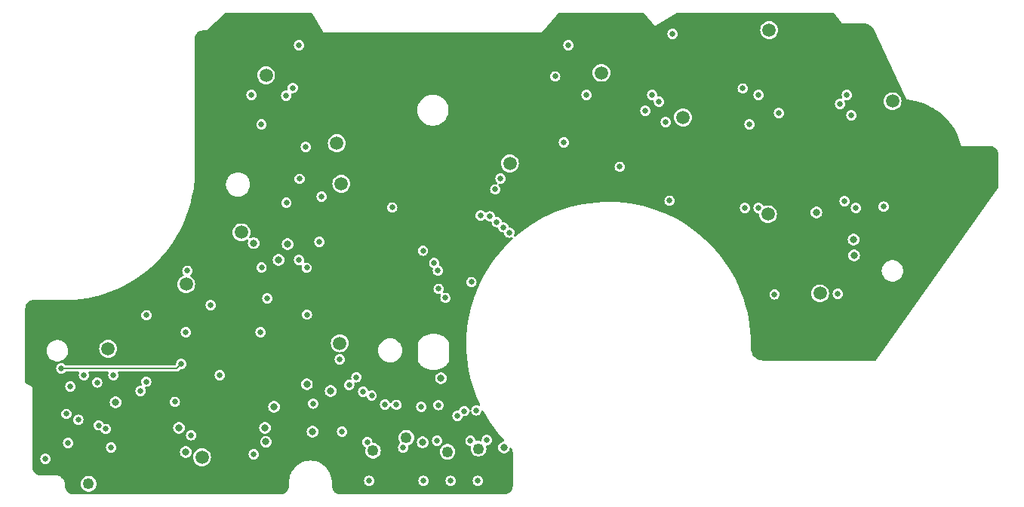
<source format=gbr>
G04 #@! TF.GenerationSoftware,KiCad,Pcbnew,7.0.2*
G04 #@! TF.CreationDate,2023-05-26T20:48:34-07:00*
G04 #@! TF.ProjectId,procon_gcc_button_board,70726f63-6f6e-45f6-9763-635f62757474,rev?*
G04 #@! TF.SameCoordinates,Original*
G04 #@! TF.FileFunction,Copper,L3,Inr*
G04 #@! TF.FilePolarity,Positive*
%FSLAX46Y46*%
G04 Gerber Fmt 4.6, Leading zero omitted, Abs format (unit mm)*
G04 Created by KiCad (PCBNEW 7.0.2) date 2023-05-26 20:48:34*
%MOMM*%
%LPD*%
G01*
G04 APERTURE LIST*
G04 #@! TA.AperFunction,ViaPad*
%ADD10C,0.800000*%
G04 #@! TD*
G04 #@! TA.AperFunction,ViaPad*
%ADD11C,0.650000*%
G04 #@! TD*
G04 #@! TA.AperFunction,ViaPad*
%ADD12C,1.500000*%
G04 #@! TD*
G04 #@! TA.AperFunction,ViaPad*
%ADD13C,1.250000*%
G04 #@! TD*
G04 #@! TA.AperFunction,Conductor*
%ADD14C,0.200000*%
G04 #@! TD*
G04 APERTURE END LIST*
D10*
X143764000Y-153670000D03*
X126562720Y-138605612D03*
D11*
X99384720Y-162735612D03*
X181680720Y-123873612D03*
X122498720Y-121841612D03*
D10*
X141710917Y-160887606D03*
D11*
X106750720Y-161465612D03*
X118942720Y-153337612D03*
X169418000Y-133731000D03*
D10*
X107258720Y-156385612D03*
X124125528Y-160812249D03*
D11*
X115132720Y-148511612D03*
D10*
X125038720Y-156893612D03*
X185894937Y-135051757D03*
X190125683Y-139881547D03*
X190062720Y-138097612D03*
D11*
X113919000Y-156337000D03*
D10*
X131388720Y-155115612D03*
D11*
X117926720Y-145463612D03*
X130372720Y-133271612D03*
X160090720Y-121841612D03*
D10*
X129356720Y-159687612D03*
X115132720Y-161973612D03*
D11*
X149860000Y-132461000D03*
D10*
X150842087Y-161464691D03*
D11*
X181198902Y-144250066D03*
X147193000Y-142875000D03*
X123514720Y-148511612D03*
X163830000Y-129921000D03*
D10*
X125546720Y-140383612D03*
D11*
X193432979Y-134393539D03*
D10*
X122755581Y-138503280D03*
D11*
X138303000Y-134493000D03*
X100946952Y-161373173D03*
X115640720Y-153591612D03*
X121990720Y-156131612D03*
X185236720Y-145717612D03*
X125800720Y-153083612D03*
X125726872Y-123395697D03*
X155693975Y-134493000D03*
X173579679Y-135300648D03*
X163392720Y-123063000D03*
X197174720Y-135557612D03*
X121482720Y-146225612D03*
X185236720Y-124889612D03*
X134239000Y-134620000D03*
X101924720Y-160957612D03*
X114624720Y-152067612D03*
X101162720Y-152575612D03*
X147898720Y-165209612D03*
X101747324Y-157686249D03*
X102178720Y-154607612D03*
X158058720Y-116253612D03*
X157550720Y-127175612D03*
X127832720Y-116253612D03*
D12*
X132070667Y-127270703D03*
D11*
X128594720Y-127683612D03*
X103080657Y-158348830D03*
X144850720Y-165209612D03*
X103702720Y-153337612D03*
D13*
X104227219Y-165552532D03*
D11*
X143009050Y-140716947D03*
D10*
X128727900Y-154353612D03*
D11*
X105199223Y-154153663D03*
X110727900Y-146596924D03*
X115316000Y-141605000D03*
X128736649Y-146524700D03*
D12*
X115189000Y-143129000D03*
D10*
X124022720Y-159253572D03*
D11*
X123638935Y-141228354D03*
X128714653Y-141267635D03*
D10*
X114370720Y-159253572D03*
D11*
X110706298Y-154065640D03*
X105357449Y-158975997D03*
X141802720Y-165209612D03*
X135706720Y-165209612D03*
X106157243Y-159380831D03*
D12*
X186309000Y-144145000D03*
D11*
X188284720Y-144193612D03*
X148228722Y-135386049D03*
X188538720Y-122857612D03*
X130118720Y-138351612D03*
X189046720Y-133779612D03*
X166694720Y-123619612D03*
D13*
X147987385Y-161597812D03*
D11*
X141753211Y-139354258D03*
X144272000Y-144653000D03*
D13*
X136143221Y-161833702D03*
X144500157Y-161945912D03*
D11*
X143425971Y-141587729D03*
X143510000Y-143637000D03*
D13*
X139885396Y-160369374D03*
D11*
X135028817Y-155203798D03*
D12*
X161772602Y-119345941D03*
D11*
X156591000Y-119761000D03*
X148919230Y-160614197D03*
X147736989Y-157287885D03*
D12*
X180594000Y-114554000D03*
D11*
X151434800Y-137312400D03*
X169742720Y-114983612D03*
X135996469Y-155618506D03*
X150438720Y-131239612D03*
D12*
X151511000Y-129540000D03*
D11*
X145612720Y-157909612D03*
D12*
X170924659Y-124371252D03*
D11*
X168980720Y-124889612D03*
X146374376Y-157366877D03*
X150759534Y-136710860D03*
X147074758Y-160698843D03*
X127832720Y-140383612D03*
X129425838Y-156526572D03*
D12*
X121384754Y-137280073D03*
D11*
X143491167Y-156695445D03*
X150030902Y-136134071D03*
X179394720Y-121841612D03*
D12*
X194437000Y-122555000D03*
D11*
X189300720Y-121841612D03*
X168218720Y-122603612D03*
D12*
X116954758Y-162557703D03*
D11*
X143326720Y-160703612D03*
X132658720Y-159687612D03*
D12*
X132416626Y-149752890D03*
D11*
X139515616Y-161471318D03*
X132404720Y-151559612D03*
X127140349Y-121050669D03*
X133468723Y-154436917D03*
X141548720Y-156893612D03*
D12*
X124148000Y-119635612D03*
D11*
X137484720Y-156639612D03*
D12*
X132588000Y-131826000D03*
D11*
X127905066Y-131272542D03*
X134284974Y-153564714D03*
D12*
X180467000Y-135255000D03*
D11*
X149261976Y-135483192D03*
X177634335Y-121110921D03*
X138771393Y-156665823D03*
X179394720Y-134541612D03*
X167456720Y-121841612D03*
X135499804Y-160857483D03*
X110052720Y-155115612D03*
D12*
X106426000Y-150368000D03*
D11*
X122752720Y-162227612D03*
X107004720Y-153337612D03*
X115739662Y-160096670D03*
X124276720Y-144701612D03*
X123629229Y-125152363D03*
X126400528Y-121917191D03*
X126428426Y-133955211D03*
X177870720Y-134541612D03*
X178378720Y-125143612D03*
X189808720Y-124127612D03*
X190316720Y-134541612D03*
D14*
X101162720Y-152575612D02*
X114116720Y-152575612D01*
X114116720Y-152575612D02*
X114624720Y-152067612D01*
G04 #@! TA.AperFunction,Conductor*
G36*
X129286932Y-112616185D02*
G01*
X129326648Y-112657418D01*
X130536808Y-114705380D01*
X130547000Y-114727966D01*
X130547500Y-114728654D01*
X130560454Y-114746484D01*
X130566881Y-114756273D01*
X130571998Y-114764933D01*
X130581240Y-114775093D01*
X130585887Y-114781489D01*
X130595311Y-114788336D01*
X130605995Y-114792963D01*
X130605997Y-114792965D01*
X130613865Y-114793711D01*
X130627316Y-114796500D01*
X130632083Y-114796500D01*
X130637380Y-114796500D01*
X130649094Y-114797054D01*
X130671014Y-114799135D01*
X130671015Y-114799134D01*
X130671854Y-114799214D01*
X130696491Y-114796500D01*
X155040039Y-114796500D01*
X155048820Y-114796810D01*
X155073456Y-114798560D01*
X155077874Y-114795805D01*
X155105159Y-114783098D01*
X155110112Y-114781490D01*
X155124629Y-114761507D01*
X155130024Y-114754609D01*
X156677046Y-112914908D01*
X156907636Y-112640694D01*
X156965849Y-112602053D01*
X157002541Y-112596500D01*
X166442850Y-112596500D01*
X166509889Y-112616185D01*
X166538108Y-112641116D01*
X167435585Y-113718089D01*
X167710995Y-114048581D01*
X167720886Y-114062241D01*
X167730081Y-114076953D01*
X167730082Y-114076953D01*
X167730083Y-114076955D01*
X167741785Y-114081681D01*
X167761399Y-114091715D01*
X167772088Y-114098445D01*
X167772091Y-114098444D01*
X167781238Y-114100758D01*
X167790637Y-114101414D01*
X167790639Y-114101415D01*
X167802884Y-114098360D01*
X167824666Y-114094946D01*
X167837253Y-114094110D01*
X167850580Y-114083003D01*
X167864226Y-114073122D01*
X170196666Y-112615347D01*
X170262386Y-112596500D01*
X187739394Y-112596500D01*
X187806433Y-112616185D01*
X187836616Y-112643533D01*
X188716326Y-113754746D01*
X188719422Y-113758827D01*
X188735887Y-113781489D01*
X188735888Y-113781490D01*
X188737630Y-113782056D01*
X188767991Y-113796743D01*
X188769507Y-113797751D01*
X188769525Y-113797763D01*
X188796662Y-113796640D01*
X188797509Y-113796606D01*
X188802631Y-113796500D01*
X191155671Y-113796500D01*
X191178171Y-113796500D01*
X191187027Y-113796817D01*
X191373144Y-113810143D01*
X191390665Y-113812665D01*
X191568657Y-113851431D01*
X191585648Y-113856426D01*
X191756297Y-113920157D01*
X191772393Y-113927517D01*
X191932228Y-114014914D01*
X191947112Y-114024494D01*
X191997703Y-114062425D01*
X192092850Y-114133763D01*
X192106226Y-114145373D01*
X192234917Y-114274299D01*
X192246501Y-114287694D01*
X192332732Y-114403145D01*
X192355498Y-114433626D01*
X192365057Y-114448538D01*
X192454223Y-114612320D01*
X192458173Y-114620236D01*
X192463658Y-114632288D01*
X195709570Y-121764958D01*
X195939041Y-122269205D01*
X195940645Y-122274303D01*
X195951414Y-122296924D01*
X195956876Y-122308396D01*
X195963119Y-122322114D01*
X195963120Y-122322115D01*
X195967706Y-122332191D01*
X195968833Y-122333514D01*
X195969968Y-122334295D01*
X195991122Y-122352707D01*
X195995915Y-122357943D01*
X195995916Y-122357943D01*
X195998053Y-122359154D01*
X196004261Y-122360880D01*
X196013196Y-122364051D01*
X196013198Y-122364052D01*
X196026382Y-122365099D01*
X196041343Y-122367211D01*
X196059906Y-122370999D01*
X196061778Y-122371381D01*
X196084938Y-122371417D01*
X196135077Y-122377260D01*
X196534169Y-122423772D01*
X196543149Y-122425154D01*
X197027252Y-122518029D01*
X197036098Y-122520065D01*
X197512077Y-122648252D01*
X197520752Y-122650934D01*
X197986024Y-122813735D01*
X197994493Y-122817053D01*
X198374770Y-122982386D01*
X198446521Y-123013581D01*
X198454741Y-123017520D01*
X198891109Y-123246721D01*
X198899017Y-123251253D01*
X199317371Y-123511889D01*
X199324925Y-123516990D01*
X199465470Y-123619611D01*
X199671225Y-123769847D01*
X199723000Y-123807651D01*
X199730159Y-123813293D01*
X200105805Y-124132409D01*
X200112530Y-124138561D01*
X200463734Y-124484422D01*
X200469988Y-124491052D01*
X200794818Y-124861754D01*
X200800570Y-124868826D01*
X201097304Y-125262405D01*
X201102519Y-125269879D01*
X201117967Y-125293848D01*
X201369537Y-125684187D01*
X201374190Y-125692025D01*
X201610053Y-126124832D01*
X201614117Y-126132990D01*
X201817550Y-126581949D01*
X201821004Y-126590384D01*
X201990904Y-127053063D01*
X201993728Y-127061722D01*
X202109234Y-127465843D01*
X202122726Y-127513046D01*
X202127500Y-127547123D01*
X202127500Y-127548654D01*
X202128262Y-127550999D01*
X202130007Y-127553747D01*
X202136862Y-127566192D01*
X202136863Y-127566193D01*
X202136864Y-127566195D01*
X202144857Y-127574517D01*
X202155739Y-127587522D01*
X202165889Y-127601491D01*
X202168514Y-127603399D01*
X202174170Y-127605037D01*
X202174171Y-127605038D01*
X202196609Y-127611537D01*
X202200390Y-127612700D01*
X202222729Y-127619960D01*
X202225899Y-127620023D01*
X202225902Y-127620024D01*
X202225904Y-127620023D01*
X202226183Y-127620029D01*
X202255257Y-127616500D01*
X205401071Y-127616500D01*
X205421907Y-127616500D01*
X205434061Y-127617097D01*
X205591335Y-127632587D01*
X205615163Y-127637326D01*
X205760544Y-127681427D01*
X205782989Y-127690724D01*
X205916967Y-127762337D01*
X205937174Y-127775839D01*
X206007858Y-127833848D01*
X206054601Y-127872208D01*
X206071791Y-127889398D01*
X206168159Y-128006824D01*
X206181663Y-128027034D01*
X206224199Y-128106613D01*
X206253272Y-128161003D01*
X206262575Y-128183462D01*
X206306671Y-128328830D01*
X206311413Y-128352671D01*
X206326902Y-128509938D01*
X206327499Y-128522092D01*
X206327499Y-132174746D01*
X206307814Y-132241785D01*
X206304803Y-132246255D01*
X192612978Y-151643009D01*
X192558236Y-151686426D01*
X192511674Y-151695500D01*
X179959501Y-151695500D01*
X179959493Y-151695499D01*
X179945059Y-151695499D01*
X179923001Y-151695499D01*
X179913275Y-151695117D01*
X179851227Y-151690235D01*
X179708922Y-151679038D01*
X179689704Y-151675994D01*
X179495146Y-151629288D01*
X179476640Y-151623276D01*
X179291772Y-151546705D01*
X179274435Y-151537871D01*
X179103835Y-151433331D01*
X179088093Y-151421894D01*
X178935936Y-151291943D01*
X178922176Y-151278184D01*
X178914656Y-151269379D01*
X178792226Y-151126035D01*
X178780791Y-151110296D01*
X178726391Y-151021526D01*
X178676239Y-150939687D01*
X178667406Y-150922350D01*
X178590835Y-150737494D01*
X178584822Y-150718989D01*
X178538109Y-150524422D01*
X178535066Y-150505206D01*
X178524267Y-150368000D01*
X178519161Y-150303125D01*
X178518840Y-150289587D01*
X178530572Y-149911377D01*
X178516871Y-149135651D01*
X178465477Y-148361508D01*
X178376511Y-147590779D01*
X178250185Y-146825286D01*
X178086797Y-146066838D01*
X177886733Y-145317230D01*
X177650465Y-144578233D01*
X177527664Y-144250066D01*
X180618435Y-144250066D01*
X180638214Y-144400301D01*
X180672819Y-144483843D01*
X180696204Y-144540299D01*
X180788451Y-144660517D01*
X180908669Y-144752764D01*
X181048666Y-144810753D01*
X181198902Y-144830532D01*
X181349138Y-144810753D01*
X181489135Y-144752764D01*
X181609353Y-144660517D01*
X181701600Y-144540299D01*
X181759589Y-144400302D01*
X181779368Y-144250066D01*
X181765536Y-144144999D01*
X185303659Y-144144999D01*
X185322976Y-144341133D01*
X185380185Y-144529726D01*
X185405360Y-144576825D01*
X185473090Y-144703538D01*
X185598117Y-144855883D01*
X185750462Y-144980910D01*
X185924273Y-145073814D01*
X186112868Y-145131024D01*
X186309000Y-145150341D01*
X186505132Y-145131024D01*
X186693727Y-145073814D01*
X186867538Y-144980910D01*
X187019883Y-144855883D01*
X187144910Y-144703538D01*
X187237814Y-144529727D01*
X187295024Y-144341132D01*
X187309553Y-144193611D01*
X187704253Y-144193611D01*
X187724032Y-144343847D01*
X187782021Y-144483843D01*
X187782022Y-144483845D01*
X187874269Y-144604063D01*
X187994487Y-144696310D01*
X188130778Y-144752764D01*
X188134484Y-144754299D01*
X188284719Y-144774078D01*
X188284719Y-144774077D01*
X188284720Y-144774078D01*
X188434956Y-144754299D01*
X188574953Y-144696310D01*
X188695171Y-144604063D01*
X188787418Y-144483845D01*
X188845407Y-144343848D01*
X188865186Y-144193612D01*
X188858249Y-144140924D01*
X188845407Y-144043376D01*
X188812765Y-143964572D01*
X188787418Y-143903379D01*
X188695171Y-143783161D01*
X188574953Y-143690914D01*
X188574951Y-143690913D01*
X188434955Y-143632924D01*
X188284719Y-143613145D01*
X188134484Y-143632924D01*
X187994488Y-143690913D01*
X187874269Y-143783161D01*
X187782021Y-143903380D01*
X187724032Y-144043376D01*
X187704253Y-144193611D01*
X187309553Y-144193611D01*
X187314341Y-144145000D01*
X187295024Y-143948868D01*
X187237814Y-143760273D01*
X187144910Y-143586462D01*
X187019883Y-143434117D01*
X186867538Y-143309090D01*
X186756493Y-143249735D01*
X186693726Y-143216185D01*
X186505133Y-143158976D01*
X186309000Y-143139659D01*
X186112866Y-143158976D01*
X185924273Y-143216185D01*
X185750463Y-143309089D01*
X185598117Y-143434117D01*
X185473089Y-143586463D01*
X185380185Y-143760273D01*
X185322976Y-143948866D01*
X185303659Y-144144999D01*
X181765536Y-144144999D01*
X181759589Y-144099830D01*
X181701600Y-143959833D01*
X181609353Y-143839615D01*
X181489135Y-143747368D01*
X181489133Y-143747367D01*
X181349137Y-143689378D01*
X181198902Y-143669599D01*
X181048666Y-143689378D01*
X180908670Y-143747367D01*
X180788451Y-143839615D01*
X180696203Y-143959834D01*
X180638214Y-144099830D01*
X180618435Y-144250066D01*
X177527664Y-144250066D01*
X177378554Y-143851595D01*
X177071641Y-143139035D01*
X176730453Y-142442236D01*
X176355796Y-141762846D01*
X176252905Y-141596000D01*
X193222357Y-141596000D01*
X193242885Y-141817537D01*
X193303769Y-142031526D01*
X193402941Y-142230688D01*
X193537019Y-142408237D01*
X193701437Y-142558124D01*
X193890595Y-142675245D01*
X193890597Y-142675245D01*
X193890599Y-142675247D01*
X194098060Y-142755618D01*
X194316757Y-142796500D01*
X194316759Y-142796500D01*
X194539241Y-142796500D01*
X194539243Y-142796500D01*
X194757940Y-142755618D01*
X194965401Y-142675247D01*
X195154562Y-142558124D01*
X195318981Y-142408236D01*
X195453058Y-142230689D01*
X195552229Y-142031528D01*
X195556804Y-142015451D01*
X195595922Y-141877962D01*
X195613115Y-141817536D01*
X195633643Y-141596000D01*
X195613115Y-141374464D01*
X195586523Y-141281004D01*
X195552230Y-141160473D01*
X195453058Y-140961311D01*
X195318980Y-140783762D01*
X195154562Y-140633875D01*
X194965404Y-140516754D01*
X194904174Y-140493033D01*
X194757940Y-140436382D01*
X194539243Y-140395500D01*
X194316757Y-140395500D01*
X194098060Y-140436382D01*
X193890595Y-140516754D01*
X193701437Y-140633875D01*
X193537019Y-140783762D01*
X193402941Y-140961311D01*
X193303769Y-141160473D01*
X193242885Y-141374462D01*
X193222357Y-141596000D01*
X176252905Y-141596000D01*
X175948556Y-141102472D01*
X175509696Y-140462675D01*
X175119377Y-139949082D01*
X175068052Y-139881547D01*
X189470404Y-139881547D01*
X189489446Y-140038365D01*
X189545463Y-140186070D01*
X189635198Y-140316075D01*
X189635199Y-140316076D01*
X189635200Y-140316077D01*
X189753443Y-140420830D01*
X189893318Y-140494243D01*
X190046698Y-140532047D01*
X190204668Y-140532047D01*
X190358048Y-140494243D01*
X190497923Y-140420830D01*
X190616166Y-140316077D01*
X190705903Y-140186070D01*
X190761920Y-140038365D01*
X190780961Y-139881547D01*
X190761920Y-139724729D01*
X190705903Y-139577024D01*
X190616166Y-139447017D01*
X190497923Y-139342264D01*
X190484677Y-139335311D01*
X190358047Y-139268850D01*
X190204668Y-139231047D01*
X190046698Y-139231047D01*
X189893318Y-139268850D01*
X189753444Y-139342263D01*
X189635198Y-139447018D01*
X189545463Y-139577023D01*
X189489446Y-139724728D01*
X189470404Y-139881547D01*
X175068052Y-139881547D01*
X175041172Y-139846177D01*
X175041168Y-139846172D01*
X175040253Y-139844968D01*
X175039284Y-139843814D01*
X175039272Y-139843799D01*
X174542310Y-139251969D01*
X174542300Y-139251958D01*
X174541338Y-139250812D01*
X174014130Y-138681611D01*
X174013078Y-138680581D01*
X174013060Y-138680562D01*
X173460956Y-138139770D01*
X173459875Y-138138711D01*
X173448666Y-138128753D01*
X173413614Y-138097612D01*
X189407441Y-138097612D01*
X189426483Y-138254430D01*
X189482500Y-138402135D01*
X189572235Y-138532140D01*
X189572236Y-138532141D01*
X189572237Y-138532142D01*
X189690480Y-138636895D01*
X189830355Y-138710308D01*
X189983735Y-138748112D01*
X190141705Y-138748112D01*
X190295085Y-138710308D01*
X190434960Y-138636895D01*
X190553203Y-138532142D01*
X190642940Y-138402135D01*
X190698957Y-138254430D01*
X190717998Y-138097612D01*
X190698957Y-137940794D01*
X190642940Y-137793089D01*
X190553203Y-137663082D01*
X190434960Y-137558329D01*
X190381373Y-137530204D01*
X190295084Y-137484915D01*
X190141705Y-137447112D01*
X189983735Y-137447112D01*
X189830355Y-137484915D01*
X189690481Y-137558328D01*
X189572235Y-137663083D01*
X189482500Y-137793088D01*
X189426483Y-137940793D01*
X189407441Y-138097612D01*
X173413614Y-138097612D01*
X173237102Y-137940793D01*
X173208719Y-137915577D01*
X173208617Y-137915413D01*
X173150476Y-137863741D01*
X172876064Y-137619862D01*
X172697389Y-137476206D01*
X172264472Y-137128138D01*
X172264464Y-137128131D01*
X172263295Y-137127192D01*
X171626999Y-136665307D01*
X171466734Y-136560624D01*
X170969994Y-136236160D01*
X170969979Y-136236151D01*
X170968721Y-136235329D01*
X170290060Y-135838303D01*
X169613973Y-135486287D01*
X169594024Y-135475900D01*
X169594020Y-135475898D01*
X169592664Y-135475192D01*
X169398681Y-135386049D01*
X168879620Y-135147519D01*
X168879615Y-135147516D01*
X168878227Y-135146879D01*
X168148484Y-134854160D01*
X168147074Y-134853673D01*
X168147051Y-134853665D01*
X167406642Y-134598242D01*
X167406615Y-134598233D01*
X167405205Y-134597747D01*
X167403786Y-134597334D01*
X167403753Y-134597324D01*
X167212106Y-134541611D01*
X177290253Y-134541611D01*
X177310032Y-134691847D01*
X177368021Y-134831843D01*
X177368022Y-134831845D01*
X177460269Y-134952063D01*
X177580487Y-135044310D01*
X177720484Y-135102299D01*
X177870720Y-135122078D01*
X178020956Y-135102299D01*
X178160953Y-135044310D01*
X178281171Y-134952063D01*
X178373418Y-134831845D01*
X178431407Y-134691848D01*
X178451186Y-134541612D01*
X178814253Y-134541612D01*
X178834032Y-134691847D01*
X178892021Y-134831843D01*
X178892022Y-134831845D01*
X178984269Y-134952063D01*
X179104487Y-135044310D01*
X179244484Y-135102299D01*
X179354745Y-135116815D01*
X179418642Y-135145081D01*
X179457113Y-135203406D01*
X179461963Y-135251903D01*
X179461658Y-135254995D01*
X179480976Y-135451133D01*
X179538185Y-135639726D01*
X179549112Y-135660169D01*
X179631090Y-135813538D01*
X179756117Y-135965883D01*
X179908462Y-136090910D01*
X180082273Y-136183814D01*
X180270868Y-136241024D01*
X180467000Y-136260341D01*
X180663132Y-136241024D01*
X180851727Y-136183814D01*
X181025538Y-136090910D01*
X181177883Y-135965883D01*
X181302910Y-135813538D01*
X181395814Y-135639727D01*
X181453024Y-135451132D01*
X181472341Y-135255000D01*
X181453024Y-135058868D01*
X181450867Y-135051757D01*
X185239658Y-135051757D01*
X185258700Y-135208575D01*
X185314717Y-135356280D01*
X185404452Y-135486285D01*
X185404453Y-135486286D01*
X185404454Y-135486287D01*
X185522697Y-135591040D01*
X185662572Y-135664453D01*
X185815952Y-135702257D01*
X185973922Y-135702257D01*
X186127302Y-135664453D01*
X186267177Y-135591040D01*
X186385420Y-135486287D01*
X186475157Y-135356280D01*
X186531174Y-135208575D01*
X186550215Y-135051757D01*
X186531174Y-134894939D01*
X186475157Y-134747234D01*
X186385420Y-134617227D01*
X186300066Y-134541611D01*
X189736253Y-134541611D01*
X189756032Y-134691847D01*
X189814021Y-134831843D01*
X189814022Y-134831845D01*
X189906269Y-134952063D01*
X190026487Y-135044310D01*
X190100502Y-135074968D01*
X190166484Y-135102299D01*
X190316719Y-135122078D01*
X190316719Y-135122077D01*
X190316720Y-135122078D01*
X190466956Y-135102299D01*
X190606953Y-135044310D01*
X190727171Y-134952063D01*
X190819418Y-134831845D01*
X190877407Y-134691848D01*
X190897186Y-134541612D01*
X190890133Y-134488043D01*
X190877692Y-134393538D01*
X192852512Y-134393538D01*
X192872291Y-134543774D01*
X192894648Y-134597747D01*
X192930281Y-134683772D01*
X193022528Y-134803990D01*
X193142746Y-134896237D01*
X193282743Y-134954226D01*
X193432979Y-134974005D01*
X193583215Y-134954226D01*
X193723212Y-134896237D01*
X193843430Y-134803990D01*
X193935677Y-134683772D01*
X193993666Y-134543775D01*
X194013445Y-134393539D01*
X194011489Y-134378685D01*
X193993666Y-134243303D01*
X193974316Y-134196589D01*
X193935677Y-134103306D01*
X193843430Y-133983088D01*
X193723212Y-133890841D01*
X193700024Y-133881236D01*
X193583214Y-133832851D01*
X193432979Y-133813072D01*
X193282743Y-133832851D01*
X193142747Y-133890840D01*
X193022528Y-133983088D01*
X192930280Y-134103307D01*
X192872291Y-134243303D01*
X192852512Y-134393538D01*
X190877692Y-134393538D01*
X190877407Y-134391376D01*
X190836114Y-134291687D01*
X190819418Y-134251379D01*
X190727171Y-134131161D01*
X190606953Y-134038914D01*
X190564263Y-134021231D01*
X190466955Y-133980924D01*
X190316720Y-133961145D01*
X190166484Y-133980924D01*
X190026488Y-134038913D01*
X189906269Y-134131161D01*
X189814021Y-134251380D01*
X189756032Y-134391376D01*
X189736253Y-134541611D01*
X186300066Y-134541611D01*
X186267177Y-134512474D01*
X186218969Y-134487172D01*
X186127301Y-134439060D01*
X185973922Y-134401257D01*
X185815952Y-134401257D01*
X185662572Y-134439060D01*
X185522698Y-134512473D01*
X185404452Y-134617228D01*
X185314717Y-134747233D01*
X185258700Y-134894938D01*
X185239658Y-135051757D01*
X181450867Y-135051757D01*
X181395814Y-134870273D01*
X181302910Y-134696462D01*
X181177883Y-134544117D01*
X181025538Y-134419090D01*
X180978271Y-134393825D01*
X180851726Y-134326185D01*
X180663133Y-134268976D01*
X180549171Y-134257752D01*
X180467000Y-134249659D01*
X180466999Y-134249659D01*
X180270866Y-134268976D01*
X180082274Y-134326185D01*
X180079439Y-134327700D01*
X180076951Y-134329030D01*
X180008550Y-134343271D01*
X179943306Y-134318270D01*
X179903940Y-134267124D01*
X179897418Y-134251380D01*
X179897418Y-134251379D01*
X179805171Y-134131161D01*
X179684953Y-134038914D01*
X179642263Y-134021231D01*
X179544955Y-133980924D01*
X179394719Y-133961145D01*
X179244484Y-133980924D01*
X179104488Y-134038913D01*
X178984269Y-134131161D01*
X178892021Y-134251380D01*
X178834032Y-134391376D01*
X178814253Y-134541612D01*
X178451186Y-134541612D01*
X178431407Y-134391376D01*
X178373418Y-134251379D01*
X178281171Y-134131161D01*
X178160953Y-134038914D01*
X178118263Y-134021231D01*
X178020955Y-133980924D01*
X177870719Y-133961145D01*
X177720484Y-133980924D01*
X177580488Y-134038913D01*
X177460269Y-134131161D01*
X177368021Y-134251380D01*
X177310032Y-134391376D01*
X177290253Y-134541611D01*
X167212106Y-134541611D01*
X166651658Y-134378685D01*
X166651641Y-134378680D01*
X166650198Y-134378261D01*
X166648722Y-134377909D01*
X166648704Y-134377905D01*
X165886776Y-134196589D01*
X165886750Y-134196583D01*
X165885294Y-134196237D01*
X165883808Y-134195960D01*
X165883799Y-134195958D01*
X165113845Y-134052393D01*
X165113829Y-134052390D01*
X165112352Y-134052115D01*
X165110851Y-134051911D01*
X164334778Y-133946454D01*
X164334747Y-133946450D01*
X164333249Y-133946247D01*
X164331714Y-133946115D01*
X164331705Y-133946114D01*
X163551415Y-133879021D01*
X163551401Y-133879020D01*
X163549876Y-133878889D01*
X163548340Y-133878832D01*
X163548325Y-133878832D01*
X162765668Y-133850260D01*
X162765630Y-133850259D01*
X162764136Y-133850205D01*
X162762633Y-133850224D01*
X162762614Y-133850224D01*
X161979464Y-133860244D01*
X161979445Y-133860244D01*
X161977937Y-133860264D01*
X161976412Y-133860358D01*
X161976406Y-133860359D01*
X161194701Y-133908947D01*
X161194662Y-133908950D01*
X161193188Y-133909042D01*
X161191691Y-133909209D01*
X161191684Y-133909210D01*
X160413335Y-133996247D01*
X160413303Y-133996251D01*
X160411795Y-133996420D01*
X160410287Y-133996664D01*
X160410253Y-133996669D01*
X159637166Y-134121942D01*
X159637159Y-134121943D01*
X159635655Y-134122187D01*
X159634209Y-134122494D01*
X159634172Y-134122502D01*
X158884145Y-134282310D01*
X158866653Y-134286037D01*
X158865189Y-134286425D01*
X158865148Y-134286435D01*
X158108164Y-134487172D01*
X158108149Y-134487176D01*
X158106657Y-134487572D01*
X158105210Y-134488032D01*
X158105176Y-134488043D01*
X157358979Y-134725834D01*
X157358960Y-134725840D01*
X157357512Y-134726302D01*
X157356086Y-134726834D01*
X157356069Y-134726841D01*
X156622458Y-135001117D01*
X156622419Y-135001132D01*
X156621038Y-135001649D01*
X156619692Y-135002229D01*
X156619648Y-135002247D01*
X155900416Y-135312340D01*
X155900382Y-135312355D01*
X155899022Y-135312942D01*
X155897690Y-135313595D01*
X155897655Y-135313612D01*
X155194602Y-135658747D01*
X155194567Y-135658764D01*
X155193219Y-135659427D01*
X155191891Y-135660161D01*
X155191878Y-135660169D01*
X154506677Y-136039521D01*
X154506666Y-136039527D01*
X154505341Y-136040261D01*
X154504045Y-136041064D01*
X154504032Y-136041072D01*
X153838350Y-136453721D01*
X153838322Y-136453739D01*
X153837061Y-136454521D01*
X153835848Y-136455357D01*
X153835821Y-136455376D01*
X153191247Y-136900338D01*
X153191234Y-136900347D01*
X153189999Y-136901200D01*
X153188783Y-136902130D01*
X153188779Y-136902134D01*
X152566962Y-137378268D01*
X152566940Y-137378285D01*
X152565729Y-137379213D01*
X152564570Y-137380194D01*
X152564551Y-137380210D01*
X152131109Y-137747348D01*
X152067231Y-137775657D01*
X151998189Y-137764938D01*
X151945902Y-137718593D01*
X151926972Y-137651336D01*
X151936403Y-137605276D01*
X151986258Y-137484916D01*
X151995487Y-137462636D01*
X152015266Y-137312400D01*
X151995487Y-137162164D01*
X151937498Y-137022167D01*
X151845251Y-136901949D01*
X151725033Y-136809702D01*
X151725031Y-136809701D01*
X151585035Y-136751712D01*
X151435485Y-136732024D01*
X151371588Y-136703757D01*
X151333117Y-136645433D01*
X151328732Y-136625277D01*
X151320221Y-136560624D01*
X151262232Y-136420627D01*
X151169985Y-136300409D01*
X151049767Y-136208162D01*
X151049765Y-136208161D01*
X150909769Y-136150172D01*
X150759532Y-136130393D01*
X150736354Y-136133445D01*
X150667319Y-136122679D01*
X150615064Y-136076298D01*
X150597231Y-136026691D01*
X150596604Y-136021930D01*
X150591589Y-135983835D01*
X150533600Y-135843838D01*
X150441353Y-135723620D01*
X150321135Y-135631373D01*
X150321133Y-135631372D01*
X150181137Y-135573383D01*
X150030900Y-135553604D01*
X149977702Y-135560608D01*
X149908667Y-135549842D01*
X149856412Y-135503462D01*
X149838579Y-135453856D01*
X149822663Y-135332956D01*
X149764674Y-135192959D01*
X149672427Y-135072741D01*
X149552209Y-134980494D01*
X149552207Y-134980493D01*
X149412211Y-134922504D01*
X149261976Y-134902725D01*
X149111740Y-134922504D01*
X148971742Y-134980494D01*
X148863160Y-135063812D01*
X148797991Y-135089006D01*
X148729546Y-135074968D01*
X148689298Y-135040922D01*
X148639174Y-134975599D01*
X148637097Y-134974005D01*
X148518955Y-134883351D01*
X148518953Y-134883350D01*
X148378957Y-134825361D01*
X148228721Y-134805582D01*
X148078486Y-134825361D01*
X147938490Y-134883350D01*
X147818271Y-134975598D01*
X147726023Y-135095817D01*
X147668034Y-135235813D01*
X147648255Y-135386049D01*
X147668034Y-135536284D01*
X147719042Y-135659427D01*
X147726024Y-135676282D01*
X147818271Y-135796500D01*
X147938489Y-135888747D01*
X148078486Y-135946736D01*
X148228721Y-135966515D01*
X148228721Y-135966514D01*
X148228722Y-135966515D01*
X148378958Y-135946736D01*
X148518955Y-135888747D01*
X148627537Y-135805428D01*
X148692705Y-135780234D01*
X148761150Y-135794272D01*
X148801399Y-135828318D01*
X148824440Y-135858346D01*
X148851525Y-135893643D01*
X148971743Y-135985890D01*
X149058751Y-136021930D01*
X149111740Y-136043879D01*
X149261975Y-136063658D01*
X149261975Y-136063657D01*
X149261976Y-136063658D01*
X149315174Y-136056654D01*
X149384208Y-136067419D01*
X149436464Y-136113799D01*
X149454298Y-136163407D01*
X149470215Y-136284307D01*
X149528204Y-136424304D01*
X149620451Y-136544522D01*
X149740669Y-136636769D01*
X149880666Y-136694758D01*
X150030902Y-136714537D01*
X150054080Y-136711485D01*
X150123113Y-136722250D01*
X150175370Y-136768629D01*
X150193204Y-136818237D01*
X150198847Y-136861096D01*
X150256836Y-137001093D01*
X150349083Y-137121311D01*
X150469301Y-137213558D01*
X150609298Y-137271547D01*
X150758850Y-137291235D01*
X150822745Y-137319501D01*
X150861216Y-137377825D01*
X150865602Y-137397989D01*
X150874112Y-137462635D01*
X150932101Y-137602631D01*
X150932102Y-137602633D01*
X151024349Y-137722851D01*
X151144567Y-137815098D01*
X151226206Y-137848914D01*
X151284564Y-137873087D01*
X151434799Y-137892866D01*
X151434799Y-137892865D01*
X151434800Y-137892866D01*
X151585036Y-137873087D01*
X151665070Y-137839935D01*
X151734536Y-137832467D01*
X151797015Y-137863741D01*
X151832668Y-137923830D01*
X151830175Y-137993655D01*
X151797229Y-138045053D01*
X151415501Y-138402135D01*
X151391565Y-138424526D01*
X151390508Y-138425616D01*
X151390496Y-138425629D01*
X150845596Y-138988178D01*
X150845572Y-138988203D01*
X150844523Y-138989287D01*
X150843516Y-138990434D01*
X150843501Y-138990451D01*
X150326985Y-139579150D01*
X150326955Y-139579185D01*
X150325967Y-139580312D01*
X150325018Y-139581506D01*
X150325011Y-139581516D01*
X149838104Y-140194972D01*
X149838086Y-140194994D01*
X149837158Y-140196165D01*
X149836298Y-140197365D01*
X149836275Y-140197396D01*
X149380167Y-140834113D01*
X149380151Y-140834135D01*
X149379281Y-140835351D01*
X149378474Y-140836603D01*
X149378454Y-140836633D01*
X148954284Y-141495021D01*
X148954273Y-141495038D01*
X148953449Y-141496318D01*
X148952700Y-141497616D01*
X148952678Y-141497653D01*
X148561455Y-142176142D01*
X148561445Y-142176159D01*
X148560695Y-142177461D01*
X148560015Y-142178786D01*
X148560001Y-142178813D01*
X148202661Y-142875784D01*
X148202652Y-142875801D01*
X148201974Y-142877125D01*
X148201366Y-142878468D01*
X148201355Y-142878493D01*
X147879182Y-143591343D01*
X147878157Y-143593611D01*
X147877612Y-143594993D01*
X147877603Y-143595016D01*
X147590586Y-144323766D01*
X147590574Y-144323798D01*
X147590030Y-144325180D01*
X147589559Y-144326571D01*
X147589546Y-144326609D01*
X147345715Y-145048093D01*
X147338293Y-145070055D01*
X147337879Y-145071511D01*
X147337875Y-145071526D01*
X147136713Y-145780083D01*
X147123556Y-145826427D01*
X147123218Y-145827885D01*
X147123211Y-145827915D01*
X146946692Y-146590948D01*
X146946687Y-146590969D01*
X146946343Y-146592459D01*
X146946078Y-146593927D01*
X146946071Y-146593965D01*
X146807349Y-147364803D01*
X146807344Y-147364833D01*
X146807082Y-147366291D01*
X146806890Y-147367767D01*
X146806885Y-147367805D01*
X146723869Y-148008913D01*
X146706112Y-148146045D01*
X146705989Y-148147577D01*
X146705988Y-148147596D01*
X146652599Y-148817831D01*
X146643678Y-148929826D01*
X146643633Y-148931311D01*
X146643631Y-148931350D01*
X146619978Y-149714188D01*
X146619977Y-149714211D01*
X146619932Y-149715730D01*
X146619961Y-149717254D01*
X146619961Y-149717272D01*
X146632378Y-150368000D01*
X146634932Y-150501851D01*
X146635036Y-150503381D01*
X146635038Y-150503409D01*
X146688535Y-151284752D01*
X146688536Y-151284772D01*
X146688640Y-151286278D01*
X146688817Y-151287780D01*
X146688818Y-151287785D01*
X146780749Y-152065598D01*
X146780753Y-152065628D01*
X146780928Y-152067106D01*
X146781181Y-152068610D01*
X146781182Y-152068614D01*
X146910301Y-152834914D01*
X146911570Y-152842440D01*
X146911887Y-152843884D01*
X146911893Y-152843914D01*
X147058896Y-153513181D01*
X147080249Y-153610397D01*
X147080643Y-153611848D01*
X147080647Y-153611862D01*
X147282956Y-154355873D01*
X147286556Y-154369112D01*
X147287031Y-154370573D01*
X147287035Y-154370584D01*
X147516952Y-155076704D01*
X147529989Y-155116741D01*
X147530538Y-155118181D01*
X147807998Y-155846329D01*
X147809958Y-155851471D01*
X147810560Y-155852845D01*
X147810566Y-155852858D01*
X147959648Y-156192747D01*
X148125783Y-156571516D01*
X148126450Y-156572855D01*
X148126470Y-156572896D01*
X148137710Y-156595433D01*
X148150014Y-156664211D01*
X148123180Y-156728722D01*
X148065728Y-156768485D01*
X147995899Y-156770874D01*
X147979291Y-156765333D01*
X147887224Y-156727197D01*
X147736989Y-156707418D01*
X147586753Y-156727197D01*
X147446757Y-156785186D01*
X147326538Y-156877434D01*
X147234290Y-156997653D01*
X147176302Y-157137649D01*
X147170632Y-157180714D01*
X147142365Y-157244610D01*
X147084040Y-157283080D01*
X147014175Y-157283911D01*
X146954952Y-157246838D01*
X146933132Y-157211980D01*
X146928294Y-157200299D01*
X146877074Y-157076644D01*
X146784827Y-156956426D01*
X146664609Y-156864179D01*
X146664607Y-156864178D01*
X146524611Y-156806189D01*
X146374376Y-156786410D01*
X146224140Y-156806189D01*
X146084144Y-156864178D01*
X145963925Y-156956426D01*
X145871677Y-157076645D01*
X145821354Y-157198135D01*
X145813689Y-157216641D01*
X145813237Y-157220078D01*
X145811891Y-157230298D01*
X145783624Y-157294195D01*
X145725299Y-157332665D01*
X145672767Y-157337051D01*
X145612720Y-157329145D01*
X145462484Y-157348924D01*
X145322488Y-157406913D01*
X145202269Y-157499161D01*
X145110021Y-157619380D01*
X145052032Y-157759376D01*
X145032253Y-157909611D01*
X145052032Y-158059847D01*
X145105508Y-158188947D01*
X145110022Y-158199845D01*
X145202269Y-158320063D01*
X145322487Y-158412310D01*
X145462484Y-158470299D01*
X145612720Y-158490078D01*
X145762956Y-158470299D01*
X145902953Y-158412310D01*
X146023171Y-158320063D01*
X146115418Y-158199845D01*
X146173407Y-158059848D01*
X146175205Y-158046189D01*
X146203468Y-157982297D01*
X146261792Y-157943824D01*
X146314326Y-157939437D01*
X146374376Y-157947343D01*
X146524612Y-157927564D01*
X146664609Y-157869575D01*
X146784827Y-157777328D01*
X146877074Y-157657110D01*
X146935063Y-157517113D01*
X146940732Y-157474048D01*
X146968998Y-157410153D01*
X147027322Y-157371681D01*
X147097187Y-157370849D01*
X147156410Y-157407921D01*
X147178232Y-157442781D01*
X147234291Y-157578118D01*
X147326538Y-157698336D01*
X147446756Y-157790583D01*
X147586753Y-157848572D01*
X147736989Y-157868351D01*
X147887225Y-157848572D01*
X148027222Y-157790583D01*
X148147440Y-157698336D01*
X148239687Y-157578118D01*
X148297676Y-157438121D01*
X148300433Y-157417177D01*
X148328699Y-157353281D01*
X148387023Y-157314809D01*
X148456888Y-157313977D01*
X148516111Y-157351049D01*
X148531476Y-157372621D01*
X148861094Y-157959260D01*
X148861105Y-157959279D01*
X148861847Y-157960599D01*
X148862640Y-157961861D01*
X148862657Y-157961889D01*
X149135254Y-158395530D01*
X149280298Y-158626263D01*
X149281169Y-158627508D01*
X149281179Y-158627523D01*
X149730168Y-159269267D01*
X149730178Y-159269281D01*
X149731034Y-159270504D01*
X149731949Y-159271684D01*
X149731956Y-159271693D01*
X150206576Y-159883529D01*
X150212961Y-159891759D01*
X150478178Y-160200913D01*
X150660448Y-160413379D01*
X150724908Y-160488517D01*
X150725949Y-160489616D01*
X150725950Y-160489617D01*
X150835718Y-160605493D01*
X150867531Y-160667700D01*
X150860663Y-160737231D01*
X150817293Y-160792012D01*
X150775370Y-160811167D01*
X150609723Y-160851994D01*
X150469848Y-160925407D01*
X150351602Y-161030162D01*
X150261867Y-161160167D01*
X150205850Y-161307872D01*
X150186808Y-161464691D01*
X150205850Y-161621509D01*
X150261867Y-161769214D01*
X150351602Y-161899219D01*
X150351603Y-161899220D01*
X150351604Y-161899221D01*
X150469847Y-162003974D01*
X150609722Y-162077387D01*
X150763102Y-162115191D01*
X150921072Y-162115191D01*
X151074452Y-162077387D01*
X151214327Y-162003974D01*
X151332570Y-161899221D01*
X151422307Y-161769214D01*
X151478324Y-161621509D01*
X151482000Y-161591226D01*
X151509621Y-161527051D01*
X151567554Y-161487994D01*
X151637407Y-161486458D01*
X151697001Y-161522931D01*
X151709798Y-161539739D01*
X151714365Y-161546938D01*
X151717807Y-161552362D01*
X151718574Y-161553570D01*
X151727897Y-161571278D01*
X151777041Y-161686279D01*
X151783393Y-161705251D01*
X151813403Y-161826661D01*
X151816621Y-161846408D01*
X151827095Y-161975752D01*
X151827500Y-161985760D01*
X151827500Y-165789907D01*
X151826903Y-165802062D01*
X151811413Y-165959329D01*
X151806671Y-165983169D01*
X151762575Y-166128537D01*
X151753272Y-166150996D01*
X151681663Y-166284965D01*
X151668159Y-166305175D01*
X151571791Y-166422601D01*
X151554601Y-166439791D01*
X151437175Y-166536159D01*
X151416965Y-166549663D01*
X151282996Y-166621272D01*
X151260537Y-166630575D01*
X151115169Y-166674671D01*
X151091329Y-166679413D01*
X150975425Y-166690828D01*
X150934060Y-166694903D01*
X150921907Y-166695500D01*
X132434093Y-166695500D01*
X132421939Y-166694903D01*
X132264671Y-166679413D01*
X132240830Y-166674671D01*
X132095462Y-166630575D01*
X132073005Y-166621273D01*
X131939035Y-166549663D01*
X131918824Y-166536159D01*
X131801398Y-166439791D01*
X131784208Y-166422601D01*
X131687840Y-166305175D01*
X131674336Y-166284965D01*
X131662525Y-166262868D01*
X131602724Y-166150989D01*
X131593427Y-166128544D01*
X131549326Y-165983163D01*
X131544587Y-165959335D01*
X131529097Y-165802061D01*
X131528500Y-165789907D01*
X131528500Y-165209611D01*
X135126253Y-165209611D01*
X135146032Y-165359847D01*
X135204021Y-165499843D01*
X135204022Y-165499845D01*
X135296269Y-165620063D01*
X135416487Y-165712310D01*
X135553517Y-165769070D01*
X135556484Y-165770299D01*
X135706719Y-165790078D01*
X135706719Y-165790077D01*
X135706720Y-165790078D01*
X135856956Y-165770299D01*
X135996953Y-165712310D01*
X136117171Y-165620063D01*
X136209418Y-165499845D01*
X136267407Y-165359848D01*
X136287186Y-165209612D01*
X136287186Y-165209611D01*
X141222253Y-165209611D01*
X141242032Y-165359847D01*
X141300021Y-165499843D01*
X141300022Y-165499845D01*
X141392269Y-165620063D01*
X141512487Y-165712310D01*
X141652484Y-165770299D01*
X141802720Y-165790078D01*
X141952956Y-165770299D01*
X142092953Y-165712310D01*
X142213171Y-165620063D01*
X142305418Y-165499845D01*
X142363407Y-165359848D01*
X142383186Y-165209612D01*
X144270253Y-165209612D01*
X144290032Y-165359847D01*
X144348021Y-165499843D01*
X144348022Y-165499845D01*
X144440269Y-165620063D01*
X144560487Y-165712310D01*
X144700484Y-165770299D01*
X144850720Y-165790078D01*
X145000956Y-165770299D01*
X145140953Y-165712310D01*
X145261171Y-165620063D01*
X145353418Y-165499845D01*
X145411407Y-165359848D01*
X145431186Y-165209612D01*
X145431186Y-165209611D01*
X147318253Y-165209611D01*
X147338032Y-165359847D01*
X147396021Y-165499843D01*
X147396022Y-165499845D01*
X147488269Y-165620063D01*
X147608487Y-165712310D01*
X147748484Y-165770299D01*
X147898720Y-165790078D01*
X148048956Y-165770299D01*
X148188953Y-165712310D01*
X148309171Y-165620063D01*
X148401418Y-165499845D01*
X148459407Y-165359848D01*
X148479186Y-165209612D01*
X148459407Y-165059376D01*
X148401418Y-164919379D01*
X148309171Y-164799161D01*
X148188953Y-164706914D01*
X148188951Y-164706913D01*
X148048955Y-164648924D01*
X147898720Y-164629145D01*
X147748484Y-164648924D01*
X147608488Y-164706913D01*
X147488269Y-164799161D01*
X147396021Y-164919380D01*
X147338032Y-165059376D01*
X147318253Y-165209611D01*
X145431186Y-165209611D01*
X145411407Y-165059376D01*
X145353418Y-164919379D01*
X145261171Y-164799161D01*
X145140953Y-164706914D01*
X145140951Y-164706913D01*
X145000955Y-164648924D01*
X144850720Y-164629145D01*
X144700484Y-164648924D01*
X144560488Y-164706913D01*
X144440269Y-164799161D01*
X144348021Y-164919380D01*
X144290032Y-165059376D01*
X144270253Y-165209612D01*
X142383186Y-165209612D01*
X142363407Y-165059376D01*
X142305418Y-164919379D01*
X142213171Y-164799161D01*
X142092953Y-164706914D01*
X142092951Y-164706913D01*
X141952955Y-164648924D01*
X141802720Y-164629145D01*
X141652484Y-164648924D01*
X141512488Y-164706913D01*
X141392269Y-164799161D01*
X141300021Y-164919380D01*
X141242032Y-165059376D01*
X141222253Y-165209611D01*
X136287186Y-165209611D01*
X136267407Y-165059376D01*
X136209418Y-164919379D01*
X136117171Y-164799161D01*
X135996953Y-164706914D01*
X135996951Y-164706913D01*
X135856955Y-164648924D01*
X135706719Y-164629145D01*
X135556484Y-164648924D01*
X135416488Y-164706913D01*
X135296269Y-164799161D01*
X135204021Y-164919380D01*
X135146032Y-165059376D01*
X135126253Y-165209611D01*
X131528500Y-165209611D01*
X131528500Y-165198866D01*
X131528500Y-165194973D01*
X131490642Y-164895302D01*
X131415525Y-164602738D01*
X131304332Y-164321896D01*
X131158816Y-164057205D01*
X130981274Y-163812838D01*
X130774504Y-163592651D01*
X130646210Y-163486517D01*
X130544770Y-163402598D01*
X130544765Y-163402594D01*
X130541768Y-163400115D01*
X130538480Y-163398028D01*
X130538474Y-163398024D01*
X130290022Y-163240352D01*
X130290017Y-163240349D01*
X130286736Y-163238267D01*
X130013430Y-163109659D01*
X130009727Y-163108455D01*
X130009725Y-163108455D01*
X129729869Y-163017524D01*
X129729867Y-163017523D01*
X129726160Y-163016319D01*
X129722335Y-163015589D01*
X129722330Y-163015588D01*
X129433283Y-162960449D01*
X129433269Y-162960447D01*
X129429457Y-162959720D01*
X129128000Y-162940754D01*
X129124106Y-162940999D01*
X128830436Y-162959475D01*
X128830434Y-162959475D01*
X128826543Y-162959720D01*
X128822732Y-162960446D01*
X128822716Y-162960449D01*
X128533669Y-163015588D01*
X128533660Y-163015590D01*
X128529840Y-163016319D01*
X128526136Y-163017522D01*
X128526130Y-163017524D01*
X128246274Y-163108455D01*
X128246267Y-163108457D01*
X128242570Y-163109659D01*
X128239055Y-163111312D01*
X128239050Y-163111315D01*
X127972782Y-163236611D01*
X127972774Y-163236614D01*
X127969264Y-163238267D01*
X127965988Y-163240345D01*
X127965977Y-163240352D01*
X127717525Y-163398024D01*
X127717511Y-163398033D01*
X127714232Y-163400115D01*
X127711241Y-163402588D01*
X127711229Y-163402598D01*
X127484492Y-163590172D01*
X127484487Y-163590176D01*
X127481496Y-163592651D01*
X127478838Y-163595481D01*
X127478831Y-163595488D01*
X127277394Y-163809996D01*
X127277387Y-163810003D01*
X127274726Y-163812838D01*
X127272440Y-163815983D01*
X127272432Y-163815994D01*
X127099472Y-164054055D01*
X127099467Y-164054061D01*
X127097184Y-164057205D01*
X127095317Y-164060600D01*
X127095310Y-164060612D01*
X126953546Y-164318478D01*
X126953539Y-164318491D01*
X126951668Y-164321896D01*
X126950234Y-164325515D01*
X126950230Y-164325526D01*
X126841911Y-164599109D01*
X126841907Y-164599120D01*
X126840475Y-164602738D01*
X126839506Y-164606511D01*
X126839504Y-164606518D01*
X126786288Y-164813784D01*
X126765358Y-164895302D01*
X126764870Y-164899161D01*
X126764869Y-164899169D01*
X126744252Y-165062367D01*
X126727500Y-165194973D01*
X126727500Y-165198866D01*
X126727500Y-165789907D01*
X126726903Y-165802062D01*
X126711413Y-165959329D01*
X126706671Y-165983169D01*
X126662575Y-166128537D01*
X126653272Y-166150996D01*
X126581663Y-166284965D01*
X126568159Y-166305175D01*
X126471791Y-166422601D01*
X126454601Y-166439791D01*
X126337175Y-166536159D01*
X126316965Y-166549663D01*
X126182996Y-166621272D01*
X126160537Y-166630575D01*
X126015169Y-166674671D01*
X125991329Y-166679413D01*
X125875425Y-166690828D01*
X125834060Y-166694903D01*
X125821907Y-166695500D01*
X102484093Y-166695500D01*
X102471939Y-166694903D01*
X102314671Y-166679413D01*
X102290830Y-166674671D01*
X102145462Y-166630575D01*
X102123005Y-166621273D01*
X101989035Y-166549663D01*
X101968824Y-166536159D01*
X101851398Y-166439791D01*
X101834208Y-166422601D01*
X101737840Y-166305175D01*
X101724336Y-166284965D01*
X101712525Y-166262868D01*
X101652724Y-166150989D01*
X101643427Y-166128544D01*
X101599326Y-165983163D01*
X101594587Y-165959335D01*
X101579097Y-165802061D01*
X101578500Y-165789907D01*
X101578500Y-165599718D01*
X101570180Y-165552532D01*
X101570180Y-165552531D01*
X103346897Y-165552531D01*
X103366134Y-165735562D01*
X103423004Y-165910591D01*
X103515023Y-166069972D01*
X103638169Y-166206740D01*
X103787056Y-166314912D01*
X103955187Y-166389769D01*
X104135199Y-166428032D01*
X104135200Y-166428032D01*
X104319239Y-166428032D01*
X104499250Y-166389769D01*
X104499251Y-166389768D01*
X104499253Y-166389768D01*
X104667380Y-166314913D01*
X104816269Y-166206739D01*
X104939414Y-166069972D01*
X105031433Y-165910591D01*
X105088304Y-165735561D01*
X105107541Y-165552532D01*
X105088304Y-165369503D01*
X105058805Y-165278715D01*
X105031433Y-165194472D01*
X104939414Y-165035091D01*
X104816268Y-164898323D01*
X104667381Y-164790151D01*
X104499250Y-164715294D01*
X104319239Y-164677032D01*
X104319238Y-164677032D01*
X104135200Y-164677032D01*
X104135199Y-164677032D01*
X103955187Y-164715294D01*
X103787056Y-164790151D01*
X103638169Y-164898323D01*
X103515023Y-165035091D01*
X103423004Y-165194472D01*
X103366134Y-165369501D01*
X103346897Y-165552531D01*
X101570180Y-165552531D01*
X101545062Y-165410082D01*
X101479202Y-165229132D01*
X101479202Y-165229131D01*
X101382921Y-165062367D01*
X101287033Y-164948093D01*
X101259144Y-164914856D01*
X101191840Y-164858381D01*
X101111632Y-164791078D01*
X100944868Y-164694797D01*
X100763918Y-164628938D01*
X100574282Y-164595500D01*
X100574281Y-164595500D01*
X100493917Y-164595500D01*
X98834093Y-164595500D01*
X98821939Y-164594903D01*
X98664671Y-164579413D01*
X98640830Y-164574671D01*
X98495462Y-164530575D01*
X98473005Y-164521273D01*
X98339035Y-164449663D01*
X98318824Y-164436159D01*
X98201398Y-164339791D01*
X98184208Y-164322601D01*
X98183629Y-164321896D01*
X98087839Y-164205174D01*
X98074336Y-164184965D01*
X98062525Y-164162868D01*
X98002724Y-164050989D01*
X97993427Y-164028544D01*
X97949326Y-163883163D01*
X97944587Y-163859335D01*
X97929097Y-163702061D01*
X97928500Y-163689907D01*
X97928500Y-162735612D01*
X98804253Y-162735612D01*
X98824032Y-162885847D01*
X98847470Y-162942430D01*
X98882022Y-163025845D01*
X98974269Y-163146063D01*
X99094487Y-163238310D01*
X99234484Y-163296299D01*
X99384719Y-163316078D01*
X99384719Y-163316077D01*
X99384720Y-163316078D01*
X99534956Y-163296299D01*
X99674953Y-163238310D01*
X99795171Y-163146063D01*
X99887418Y-163025845D01*
X99945407Y-162885848D01*
X99965186Y-162735612D01*
X99956671Y-162670938D01*
X99945407Y-162585376D01*
X99933944Y-162557702D01*
X99887418Y-162445379D01*
X99795171Y-162325161D01*
X99674953Y-162232914D01*
X99662151Y-162227611D01*
X99534955Y-162174924D01*
X99384719Y-162155145D01*
X99234484Y-162174924D01*
X99094488Y-162232913D01*
X98974269Y-162325161D01*
X98882021Y-162445380D01*
X98824032Y-162585376D01*
X98804253Y-162735612D01*
X97928500Y-162735612D01*
X97928500Y-160957612D01*
X101344253Y-160957612D01*
X101364032Y-161107847D01*
X101421580Y-161246779D01*
X101422022Y-161247845D01*
X101514269Y-161368063D01*
X101634487Y-161460310D01*
X101774484Y-161518299D01*
X101924720Y-161538078D01*
X102074956Y-161518299D01*
X102202153Y-161465612D01*
X106170253Y-161465612D01*
X106190032Y-161615847D01*
X106233917Y-161721793D01*
X106248022Y-161755845D01*
X106340269Y-161876063D01*
X106460487Y-161968310D01*
X106600484Y-162026299D01*
X106750720Y-162046078D01*
X106900956Y-162026299D01*
X107028153Y-161973612D01*
X114477441Y-161973612D01*
X114496483Y-162130430D01*
X114552500Y-162278135D01*
X114642235Y-162408140D01*
X114642236Y-162408141D01*
X114642237Y-162408142D01*
X114760480Y-162512895D01*
X114900355Y-162586308D01*
X115053735Y-162624112D01*
X115211705Y-162624112D01*
X115365085Y-162586308D01*
X115419588Y-162557702D01*
X115949417Y-162557702D01*
X115968734Y-162753836D01*
X116025943Y-162942429D01*
X116070529Y-163025843D01*
X116118848Y-163116241D01*
X116243875Y-163268586D01*
X116396220Y-163393613D01*
X116570031Y-163486517D01*
X116758626Y-163543727D01*
X116954758Y-163563044D01*
X117150890Y-163543727D01*
X117339485Y-163486517D01*
X117513296Y-163393613D01*
X117665641Y-163268586D01*
X117790668Y-163116241D01*
X117883572Y-162942430D01*
X117940782Y-162753835D01*
X117960099Y-162557703D01*
X117940782Y-162361571D01*
X117900146Y-162227612D01*
X122172253Y-162227612D01*
X122192032Y-162377847D01*
X122250021Y-162517843D01*
X122250022Y-162517845D01*
X122342269Y-162638063D01*
X122462487Y-162730310D01*
X122602484Y-162788299D01*
X122752720Y-162808078D01*
X122902956Y-162788299D01*
X123042953Y-162730310D01*
X123163171Y-162638063D01*
X123255418Y-162517845D01*
X123313407Y-162377848D01*
X123333186Y-162227612D01*
X123326249Y-162174924D01*
X123313407Y-162077376D01*
X123300443Y-162046078D01*
X123255418Y-161937379D01*
X123163171Y-161817161D01*
X123042953Y-161724914D01*
X123042951Y-161724913D01*
X122902955Y-161666924D01*
X122752719Y-161647145D01*
X122602484Y-161666924D01*
X122462488Y-161724913D01*
X122342269Y-161817161D01*
X122250021Y-161937380D01*
X122192032Y-162077376D01*
X122172253Y-162227612D01*
X117900146Y-162227612D01*
X117883572Y-162172976D01*
X117790668Y-161999165D01*
X117665641Y-161846820D01*
X117513296Y-161721793D01*
X117414692Y-161669088D01*
X117339484Y-161628888D01*
X117150891Y-161571679D01*
X117052823Y-161562020D01*
X116954758Y-161552362D01*
X116954757Y-161552362D01*
X116758624Y-161571679D01*
X116570031Y-161628888D01*
X116396221Y-161721792D01*
X116243875Y-161846820D01*
X116118847Y-161999166D01*
X116025943Y-162172976D01*
X115968734Y-162361569D01*
X115949417Y-162557702D01*
X115419588Y-162557702D01*
X115504960Y-162512895D01*
X115623203Y-162408142D01*
X115712940Y-162278135D01*
X115768957Y-162130430D01*
X115787998Y-161973612D01*
X115768957Y-161816794D01*
X115712940Y-161669089D01*
X115639056Y-161562049D01*
X115623204Y-161539083D01*
X115613114Y-161530144D01*
X115504960Y-161434329D01*
X115467715Y-161414781D01*
X115365084Y-161360915D01*
X115211705Y-161323112D01*
X115053735Y-161323112D01*
X114900355Y-161360915D01*
X114760481Y-161434328D01*
X114642235Y-161539083D01*
X114552500Y-161669088D01*
X114496483Y-161816793D01*
X114477441Y-161973612D01*
X107028153Y-161973612D01*
X107040953Y-161968310D01*
X107161171Y-161876063D01*
X107253418Y-161755845D01*
X107311407Y-161615848D01*
X107331186Y-161465612D01*
X107311407Y-161315376D01*
X107253418Y-161175379D01*
X107161171Y-161055161D01*
X107040953Y-160962914D01*
X107040951Y-160962913D01*
X106900955Y-160904924D01*
X106750720Y-160885145D01*
X106600484Y-160904924D01*
X106460488Y-160962913D01*
X106340269Y-161055161D01*
X106248021Y-161175380D01*
X106190032Y-161315376D01*
X106170253Y-161465612D01*
X102202153Y-161465612D01*
X102214953Y-161460310D01*
X102335171Y-161368063D01*
X102427418Y-161247845D01*
X102485407Y-161107848D01*
X102505186Y-160957612D01*
X102486048Y-160812248D01*
X123470249Y-160812248D01*
X123489291Y-160969067D01*
X123545308Y-161116772D01*
X123635043Y-161246777D01*
X123635044Y-161246778D01*
X123635045Y-161246779D01*
X123753288Y-161351532D01*
X123893163Y-161424945D01*
X124046543Y-161462749D01*
X124204513Y-161462749D01*
X124357893Y-161424945D01*
X124497768Y-161351532D01*
X124616011Y-161246779D01*
X124705748Y-161116772D01*
X124761765Y-160969067D01*
X124775314Y-160857483D01*
X134919337Y-160857483D01*
X134939116Y-161007718D01*
X134997105Y-161147714D01*
X134997106Y-161147716D01*
X135089353Y-161267934D01*
X135209571Y-161360181D01*
X135250820Y-161377267D01*
X135305221Y-161421106D01*
X135327287Y-161487400D01*
X135321297Y-161530144D01*
X135291597Y-161621554D01*
X135282136Y-161650673D01*
X135278394Y-161686279D01*
X135264638Y-161817161D01*
X135262899Y-161833702D01*
X135264278Y-161846820D01*
X135282136Y-162016732D01*
X135339006Y-162191761D01*
X135431025Y-162351142D01*
X135554171Y-162487910D01*
X135703058Y-162596082D01*
X135871189Y-162670939D01*
X136051201Y-162709202D01*
X136051202Y-162709202D01*
X136235241Y-162709202D01*
X136415252Y-162670939D01*
X136415253Y-162670938D01*
X136415255Y-162670938D01*
X136583382Y-162596083D01*
X136732271Y-162487909D01*
X136855416Y-162351142D01*
X136947435Y-162191761D01*
X137004306Y-162016731D01*
X137023543Y-161833702D01*
X137004306Y-161650673D01*
X136967731Y-161538106D01*
X136947435Y-161475642D01*
X136944939Y-161471318D01*
X138935149Y-161471318D01*
X138954928Y-161621553D01*
X139010554Y-161755845D01*
X139012918Y-161761551D01*
X139105165Y-161881769D01*
X139225383Y-161974016D01*
X139365380Y-162032005D01*
X139515616Y-162051784D01*
X139665852Y-162032005D01*
X139805849Y-161974016D01*
X139842476Y-161945911D01*
X143619835Y-161945911D01*
X143639072Y-162128942D01*
X143695942Y-162303971D01*
X143787961Y-162463352D01*
X143911107Y-162600120D01*
X144059994Y-162708292D01*
X144059995Y-162708292D01*
X144059996Y-162708293D01*
X144144059Y-162745720D01*
X144228125Y-162783149D01*
X144408137Y-162821412D01*
X144408138Y-162821412D01*
X144592177Y-162821412D01*
X144772188Y-162783149D01*
X144772189Y-162783148D01*
X144772191Y-162783148D01*
X144940318Y-162708293D01*
X145014762Y-162654205D01*
X145089206Y-162600120D01*
X145163287Y-162517845D01*
X145212352Y-162463352D01*
X145304371Y-162303971D01*
X145361242Y-162128941D01*
X145380479Y-161945912D01*
X145361242Y-161762883D01*
X145323636Y-161647145D01*
X145304371Y-161587852D01*
X145212352Y-161428471D01*
X145089206Y-161291703D01*
X144940319Y-161183531D01*
X144772188Y-161108674D01*
X144592177Y-161070412D01*
X144592176Y-161070412D01*
X144408138Y-161070412D01*
X144408137Y-161070412D01*
X144228125Y-161108674D01*
X144059997Y-161183530D01*
X143911106Y-161291704D01*
X143787961Y-161428471D01*
X143695942Y-161587852D01*
X143639072Y-161762881D01*
X143619835Y-161945911D01*
X139842476Y-161945911D01*
X139926067Y-161881769D01*
X140018314Y-161761551D01*
X140076303Y-161621554D01*
X140096082Y-161471318D01*
X140089471Y-161421106D01*
X140078645Y-161338871D01*
X140089411Y-161269836D01*
X140135790Y-161217580D01*
X140151149Y-161209406D01*
X140157427Y-161206610D01*
X140157430Y-161206610D01*
X140325557Y-161131755D01*
X140465388Y-161030162D01*
X140474445Y-161023582D01*
X140596878Y-160887606D01*
X141055638Y-160887606D01*
X141074680Y-161044424D01*
X141130697Y-161192129D01*
X141220432Y-161322134D01*
X141220433Y-161322135D01*
X141220434Y-161322136D01*
X141338677Y-161426889D01*
X141478552Y-161500302D01*
X141631932Y-161538106D01*
X141789902Y-161538106D01*
X141943282Y-161500302D01*
X142083157Y-161426889D01*
X142201400Y-161322136D01*
X142291137Y-161192129D01*
X142347154Y-161044424D01*
X142366195Y-160887606D01*
X142347154Y-160730788D01*
X142336847Y-160703611D01*
X142746253Y-160703611D01*
X142766032Y-160853847D01*
X142824021Y-160993843D01*
X142824022Y-160993845D01*
X142916269Y-161114063D01*
X143036487Y-161206310D01*
X143176484Y-161264299D01*
X143326720Y-161284078D01*
X143476956Y-161264299D01*
X143616953Y-161206310D01*
X143737171Y-161114063D01*
X143829418Y-160993845D01*
X143887407Y-160853848D01*
X143907186Y-160703612D01*
X143906558Y-160698843D01*
X146494291Y-160698843D01*
X146514070Y-160849078D01*
X146561223Y-160962913D01*
X146572060Y-160989076D01*
X146664307Y-161109294D01*
X146784525Y-161201541D01*
X146924522Y-161259530D01*
X147019879Y-161272084D01*
X147083776Y-161300350D01*
X147122247Y-161358675D01*
X147127015Y-161407985D01*
X147126300Y-161414780D01*
X147126300Y-161414783D01*
X147107063Y-161597812D01*
X147112619Y-161650671D01*
X147126300Y-161780842D01*
X147183170Y-161955871D01*
X147275189Y-162115252D01*
X147398335Y-162252020D01*
X147547222Y-162360192D01*
X147715353Y-162435049D01*
X147895365Y-162473312D01*
X147895366Y-162473312D01*
X148079405Y-162473312D01*
X148259416Y-162435049D01*
X148259417Y-162435048D01*
X148259419Y-162435048D01*
X148427546Y-162360193D01*
X148504929Y-162303971D01*
X148576434Y-162252020D01*
X148699580Y-162115252D01*
X148791599Y-161955871D01*
X148815676Y-161881769D01*
X148848470Y-161780841D01*
X148867707Y-161597812D01*
X148848470Y-161414783D01*
X148828856Y-161354420D01*
X148826862Y-161284581D01*
X148862942Y-161224748D01*
X148925643Y-161193920D01*
X148930568Y-161193170D01*
X149069466Y-161174884D01*
X149209463Y-161116895D01*
X149329681Y-161024648D01*
X149421928Y-160904430D01*
X149479917Y-160764433D01*
X149499696Y-160614197D01*
X149479917Y-160463961D01*
X149421928Y-160323964D01*
X149329681Y-160203746D01*
X149209463Y-160111499D01*
X149177026Y-160098063D01*
X149069465Y-160053509D01*
X148919229Y-160033730D01*
X148768994Y-160053509D01*
X148628998Y-160111498D01*
X148508779Y-160203746D01*
X148416531Y-160323965D01*
X148358542Y-160463961D01*
X148336633Y-160630382D01*
X148334553Y-160630108D01*
X148327205Y-160677223D01*
X148280823Y-160729478D01*
X148213554Y-160748361D01*
X148189253Y-160745660D01*
X148079407Y-160722312D01*
X148079404Y-160722312D01*
X147895366Y-160722312D01*
X147895364Y-160722312D01*
X147795977Y-160743437D01*
X147726309Y-160738121D01*
X147670576Y-160695984D01*
X147647257Y-160638334D01*
X147635445Y-160548607D01*
X147577456Y-160408610D01*
X147485209Y-160288392D01*
X147364991Y-160196145D01*
X147364989Y-160196144D01*
X147224993Y-160138155D01*
X147074757Y-160118376D01*
X146924522Y-160138155D01*
X146784526Y-160196144D01*
X146664307Y-160288392D01*
X146572059Y-160408611D01*
X146514070Y-160548607D01*
X146494291Y-160698843D01*
X143906558Y-160698843D01*
X143887407Y-160553376D01*
X143829418Y-160413379D01*
X143737171Y-160293161D01*
X143616953Y-160200914D01*
X143616951Y-160200913D01*
X143476955Y-160142924D01*
X143326720Y-160123145D01*
X143176484Y-160142924D01*
X143036488Y-160200913D01*
X142916269Y-160293161D01*
X142824021Y-160413380D01*
X142766032Y-160553376D01*
X142746253Y-160703611D01*
X142336847Y-160703611D01*
X142291137Y-160583083D01*
X142225066Y-160487362D01*
X142201401Y-160453077D01*
X142201400Y-160453076D01*
X142083157Y-160348323D01*
X142063702Y-160338112D01*
X141943281Y-160274909D01*
X141789902Y-160237106D01*
X141631932Y-160237106D01*
X141478552Y-160274909D01*
X141338678Y-160348322D01*
X141220432Y-160453077D01*
X141130697Y-160583082D01*
X141074680Y-160730787D01*
X141055638Y-160887606D01*
X140596878Y-160887606D01*
X140597591Y-160886814D01*
X140689610Y-160727433D01*
X140697350Y-160703611D01*
X140746481Y-160552403D01*
X140765718Y-160369374D01*
X140746481Y-160186345D01*
X140703320Y-160053509D01*
X140689610Y-160011314D01*
X140597591Y-159851933D01*
X140474445Y-159715165D01*
X140325558Y-159606993D01*
X140157427Y-159532136D01*
X139977416Y-159493874D01*
X139977415Y-159493874D01*
X139793377Y-159493874D01*
X139793376Y-159493874D01*
X139613364Y-159532136D01*
X139445233Y-159606993D01*
X139296346Y-159715165D01*
X139173200Y-159851933D01*
X139081181Y-160011314D01*
X139024311Y-160186343D01*
X139005074Y-160369374D01*
X139024311Y-160552404D01*
X139081181Y-160727433D01*
X139167578Y-160877077D01*
X139184051Y-160944977D01*
X139161198Y-161011004D01*
X139135679Y-161037452D01*
X139112601Y-161055161D01*
X139105165Y-161060867D01*
X139064347Y-161114062D01*
X139012917Y-161181086D01*
X138954928Y-161321082D01*
X138935149Y-161471318D01*
X136944939Y-161471318D01*
X136855416Y-161316261D01*
X136732270Y-161179493D01*
X136583383Y-161071321D01*
X136415252Y-160996464D01*
X136235241Y-160958202D01*
X136235240Y-160958202D01*
X136202275Y-160958202D01*
X136135236Y-160938517D01*
X136089481Y-160885713D01*
X136079336Y-160850388D01*
X136073673Y-160807376D01*
X136060491Y-160707247D01*
X136002502Y-160567250D01*
X135910255Y-160447032D01*
X135790037Y-160354785D01*
X135790035Y-160354784D01*
X135650039Y-160296795D01*
X135499803Y-160277016D01*
X135349568Y-160296795D01*
X135209572Y-160354784D01*
X135089353Y-160447032D01*
X134997105Y-160567251D01*
X134939116Y-160707247D01*
X134919337Y-160857483D01*
X124775314Y-160857483D01*
X124780806Y-160812249D01*
X124761765Y-160655431D01*
X124705748Y-160507726D01*
X124637334Y-160408611D01*
X124616012Y-160377720D01*
X124606591Y-160369374D01*
X124497768Y-160272966D01*
X124450770Y-160248299D01*
X124357892Y-160199552D01*
X124204513Y-160161749D01*
X124046543Y-160161749D01*
X123893163Y-160199552D01*
X123753289Y-160272965D01*
X123635043Y-160377720D01*
X123545308Y-160507725D01*
X123489291Y-160655430D01*
X123470249Y-160812248D01*
X102486048Y-160812248D01*
X102485407Y-160807376D01*
X102427418Y-160667379D01*
X102335171Y-160547161D01*
X102214953Y-160454914D01*
X102214951Y-160454913D01*
X102074955Y-160396924D01*
X101924720Y-160377145D01*
X101774484Y-160396924D01*
X101634488Y-160454913D01*
X101514269Y-160547161D01*
X101422021Y-160667380D01*
X101364032Y-160807376D01*
X101344253Y-160957612D01*
X97928500Y-160957612D01*
X97928500Y-160096669D01*
X115159195Y-160096669D01*
X115178974Y-160246905D01*
X115223660Y-160354784D01*
X115236964Y-160386903D01*
X115329211Y-160507121D01*
X115449429Y-160599368D01*
X115543496Y-160638332D01*
X115589426Y-160657357D01*
X115739661Y-160677136D01*
X115739661Y-160677135D01*
X115739662Y-160677136D01*
X115889898Y-160657357D01*
X116029895Y-160599368D01*
X116150113Y-160507121D01*
X116242360Y-160386903D01*
X116300349Y-160246906D01*
X116320128Y-160096670D01*
X116300349Y-159946434D01*
X116242360Y-159806437D01*
X116150113Y-159686219D01*
X116029895Y-159593972D01*
X116029893Y-159593971D01*
X115889897Y-159535982D01*
X115739661Y-159516203D01*
X115589426Y-159535982D01*
X115449430Y-159593971D01*
X115329211Y-159686219D01*
X115236963Y-159806438D01*
X115178974Y-159946434D01*
X115159195Y-160096669D01*
X97928500Y-160096669D01*
X97928500Y-158975996D01*
X104776982Y-158975996D01*
X104796761Y-159126232D01*
X104839990Y-159230595D01*
X104854751Y-159266230D01*
X104946998Y-159386448D01*
X105067216Y-159478695D01*
X105196233Y-159532136D01*
X105207213Y-159536684D01*
X105357448Y-159556463D01*
X105357448Y-159556462D01*
X105357449Y-159556463D01*
X105499834Y-159537717D01*
X105568866Y-159548482D01*
X105621122Y-159594862D01*
X105630578Y-159613203D01*
X105654545Y-159671064D01*
X105746792Y-159791282D01*
X105867010Y-159883529D01*
X106007007Y-159941518D01*
X106157243Y-159961297D01*
X106307479Y-159941518D01*
X106447476Y-159883529D01*
X106567694Y-159791282D01*
X106659941Y-159671064D01*
X106717930Y-159531067D01*
X106737709Y-159380831D01*
X106720955Y-159253571D01*
X113715441Y-159253571D01*
X113734483Y-159410390D01*
X113790500Y-159558095D01*
X113880235Y-159688100D01*
X113880236Y-159688101D01*
X113880237Y-159688102D01*
X113998480Y-159792855D01*
X114138355Y-159866268D01*
X114291735Y-159904072D01*
X114449705Y-159904072D01*
X114603085Y-159866268D01*
X114742960Y-159792855D01*
X114861203Y-159688102D01*
X114950940Y-159558095D01*
X115006957Y-159410390D01*
X115025998Y-159253572D01*
X115025998Y-159253571D01*
X123367441Y-159253571D01*
X123386483Y-159410390D01*
X123442500Y-159558095D01*
X123532235Y-159688100D01*
X123532236Y-159688101D01*
X123532237Y-159688102D01*
X123650480Y-159792855D01*
X123790355Y-159866268D01*
X123943735Y-159904072D01*
X124101705Y-159904072D01*
X124255085Y-159866268D01*
X124394960Y-159792855D01*
X124513203Y-159688102D01*
X124513541Y-159687612D01*
X128701441Y-159687612D01*
X128720483Y-159844430D01*
X128776500Y-159992135D01*
X128866235Y-160122140D01*
X128866236Y-160122141D01*
X128866237Y-160122142D01*
X128984480Y-160226895D01*
X129124355Y-160300308D01*
X129277735Y-160338112D01*
X129435705Y-160338112D01*
X129589085Y-160300308D01*
X129728960Y-160226895D01*
X129847203Y-160122142D01*
X129936940Y-159992135D01*
X129992957Y-159844430D01*
X130011998Y-159687612D01*
X130011998Y-159687611D01*
X132078253Y-159687611D01*
X132098032Y-159837847D01*
X132156021Y-159977843D01*
X132156022Y-159977845D01*
X132248269Y-160098063D01*
X132368487Y-160190310D01*
X132481462Y-160237106D01*
X132508484Y-160248299D01*
X132658719Y-160268078D01*
X132658719Y-160268077D01*
X132658720Y-160268078D01*
X132808956Y-160248299D01*
X132948953Y-160190310D01*
X133069171Y-160098063D01*
X133161418Y-159977845D01*
X133219407Y-159837848D01*
X133239186Y-159687612D01*
X133237007Y-159671064D01*
X133219407Y-159537376D01*
X133217237Y-159532138D01*
X133161418Y-159397379D01*
X133069171Y-159277161D01*
X132948953Y-159184914D01*
X132948951Y-159184913D01*
X132808955Y-159126924D01*
X132658719Y-159107145D01*
X132508484Y-159126924D01*
X132368488Y-159184913D01*
X132248269Y-159277161D01*
X132156021Y-159397380D01*
X132098032Y-159537376D01*
X132078253Y-159687611D01*
X130011998Y-159687611D01*
X129992957Y-159530794D01*
X129936940Y-159383089D01*
X129892071Y-159318085D01*
X129847204Y-159253083D01*
X129770255Y-159184913D01*
X129728960Y-159148329D01*
X129686858Y-159126232D01*
X129589084Y-159074915D01*
X129435705Y-159037112D01*
X129277735Y-159037112D01*
X129124355Y-159074915D01*
X128984481Y-159148328D01*
X128866235Y-159253083D01*
X128776500Y-159383088D01*
X128720483Y-159530793D01*
X128701441Y-159687612D01*
X124513541Y-159687612D01*
X124602940Y-159558095D01*
X124658957Y-159410390D01*
X124677998Y-159253572D01*
X124658957Y-159096754D01*
X124602940Y-158949049D01*
X124538259Y-158855342D01*
X124513204Y-158819043D01*
X124492121Y-158800365D01*
X124394960Y-158714289D01*
X124340611Y-158685764D01*
X124255084Y-158640875D01*
X124101705Y-158603072D01*
X123943735Y-158603072D01*
X123790355Y-158640875D01*
X123650481Y-158714288D01*
X123532235Y-158819043D01*
X123442500Y-158949048D01*
X123386483Y-159096753D01*
X123367441Y-159253571D01*
X115025998Y-159253571D01*
X115006957Y-159096754D01*
X114950940Y-158949049D01*
X114886259Y-158855342D01*
X114861204Y-158819043D01*
X114840121Y-158800365D01*
X114742960Y-158714289D01*
X114688611Y-158685764D01*
X114603084Y-158640875D01*
X114449705Y-158603072D01*
X114291735Y-158603072D01*
X114138355Y-158640875D01*
X113998481Y-158714288D01*
X113880235Y-158819043D01*
X113790500Y-158949048D01*
X113734483Y-159096753D01*
X113715441Y-159253571D01*
X106720955Y-159253571D01*
X106717930Y-159230595D01*
X106659941Y-159090598D01*
X106567694Y-158970380D01*
X106447476Y-158878133D01*
X106447474Y-158878132D01*
X106307478Y-158820143D01*
X106157242Y-158800364D01*
X106014859Y-158819110D01*
X105945824Y-158808344D01*
X105893568Y-158761964D01*
X105884113Y-158743623D01*
X105860148Y-158685766D01*
X105860147Y-158685765D01*
X105860147Y-158685764D01*
X105767900Y-158565546D01*
X105647682Y-158473299D01*
X105647680Y-158473298D01*
X105507684Y-158415309D01*
X105357448Y-158395530D01*
X105207213Y-158415309D01*
X105067217Y-158473298D01*
X104946998Y-158565546D01*
X104854750Y-158685765D01*
X104796761Y-158825761D01*
X104776982Y-158975996D01*
X97928500Y-158975996D01*
X97928500Y-158348830D01*
X102500190Y-158348830D01*
X102519969Y-158499065D01*
X102572657Y-158626263D01*
X102577959Y-158639063D01*
X102670206Y-158759281D01*
X102790424Y-158851528D01*
X102930421Y-158909517D01*
X103080657Y-158929296D01*
X103230893Y-158909517D01*
X103370890Y-158851528D01*
X103491108Y-158759281D01*
X103583355Y-158639063D01*
X103641344Y-158499066D01*
X103661123Y-158348830D01*
X103641344Y-158198594D01*
X103583355Y-158058597D01*
X103491108Y-157938379D01*
X103370890Y-157846132D01*
X103370888Y-157846131D01*
X103230892Y-157788142D01*
X103080657Y-157768363D01*
X102930421Y-157788142D01*
X102790425Y-157846131D01*
X102670206Y-157938379D01*
X102577958Y-158058598D01*
X102519969Y-158198594D01*
X102500190Y-158348830D01*
X97928500Y-158348830D01*
X97928500Y-157686249D01*
X101166857Y-157686249D01*
X101186636Y-157836484D01*
X101232556Y-157947343D01*
X101244626Y-157976482D01*
X101336873Y-158096700D01*
X101457091Y-158188947D01*
X101597088Y-158246936D01*
X101747324Y-158266715D01*
X101897560Y-158246936D01*
X102037557Y-158188947D01*
X102157775Y-158096700D01*
X102250022Y-157976482D01*
X102308011Y-157836485D01*
X102327790Y-157686249D01*
X102308011Y-157536013D01*
X102250022Y-157396016D01*
X102157775Y-157275798D01*
X102037557Y-157183551D01*
X102001272Y-157168521D01*
X101897559Y-157125561D01*
X101747324Y-157105782D01*
X101597088Y-157125561D01*
X101457092Y-157183550D01*
X101336873Y-157275798D01*
X101244625Y-157396017D01*
X101186636Y-157536013D01*
X101166857Y-157686249D01*
X97928500Y-157686249D01*
X97928500Y-156385612D01*
X106603441Y-156385612D01*
X106622483Y-156542430D01*
X106678500Y-156690135D01*
X106768235Y-156820140D01*
X106768236Y-156820141D01*
X106768237Y-156820142D01*
X106886480Y-156924895D01*
X107026355Y-156998308D01*
X107179735Y-157036112D01*
X107337705Y-157036112D01*
X107491085Y-156998308D01*
X107630960Y-156924895D01*
X107749203Y-156820142D01*
X107838940Y-156690135D01*
X107894957Y-156542430D01*
X107913998Y-156385612D01*
X107912781Y-156375593D01*
X107909599Y-156349380D01*
X107908096Y-156337000D01*
X113338533Y-156337000D01*
X113358312Y-156487235D01*
X113416301Y-156627231D01*
X113416302Y-156627233D01*
X113508549Y-156747451D01*
X113628767Y-156839698D01*
X113768764Y-156897687D01*
X113919000Y-156917466D01*
X114069236Y-156897687D01*
X114079076Y-156893611D01*
X124383441Y-156893611D01*
X124402483Y-157050430D01*
X124458500Y-157198135D01*
X124548235Y-157328140D01*
X124548236Y-157328141D01*
X124548237Y-157328142D01*
X124666480Y-157432895D01*
X124806355Y-157506308D01*
X124959735Y-157544112D01*
X125117705Y-157544112D01*
X125271085Y-157506308D01*
X125410960Y-157432895D01*
X125529203Y-157328142D01*
X125618940Y-157198135D01*
X125674957Y-157050430D01*
X125693998Y-156893612D01*
X125674957Y-156736794D01*
X125618940Y-156589089D01*
X125575788Y-156526572D01*
X128845371Y-156526572D01*
X128865150Y-156676807D01*
X128922831Y-156816059D01*
X128923140Y-156816805D01*
X129015387Y-156937023D01*
X129135605Y-157029270D01*
X129275602Y-157087259D01*
X129425838Y-157107038D01*
X129576074Y-157087259D01*
X129716071Y-157029270D01*
X129836289Y-156937023D01*
X129928536Y-156816805D01*
X129986525Y-156676808D01*
X129991422Y-156639612D01*
X136904253Y-156639612D01*
X136924032Y-156789847D01*
X136982021Y-156929843D01*
X136982022Y-156929845D01*
X137074269Y-157050063D01*
X137194487Y-157142310D01*
X137334484Y-157200299D01*
X137484720Y-157220078D01*
X137634956Y-157200299D01*
X137774953Y-157142310D01*
X137895171Y-157050063D01*
X137987418Y-156929845D01*
X138008067Y-156879993D01*
X138051908Y-156825591D01*
X138118202Y-156803526D01*
X138185901Y-156820805D01*
X138233512Y-156871942D01*
X138237187Y-156879991D01*
X138268695Y-156956056D01*
X138360942Y-157076274D01*
X138481160Y-157168521D01*
X138621157Y-157226510D01*
X138771393Y-157246289D01*
X138921629Y-157226510D01*
X139061626Y-157168521D01*
X139181844Y-157076274D01*
X139274091Y-156956056D01*
X139299956Y-156893612D01*
X140968253Y-156893612D01*
X140988032Y-157043847D01*
X141044725Y-157180714D01*
X141046022Y-157183845D01*
X141138269Y-157304063D01*
X141258487Y-157396310D01*
X141359425Y-157438120D01*
X141398484Y-157454299D01*
X141548719Y-157474078D01*
X141548719Y-157474077D01*
X141548720Y-157474078D01*
X141698956Y-157454299D01*
X141838953Y-157396310D01*
X141959171Y-157304063D01*
X142051418Y-157183845D01*
X142109407Y-157043848D01*
X142129186Y-156893612D01*
X142109407Y-156743376D01*
X142089553Y-156695444D01*
X142910700Y-156695444D01*
X142930479Y-156845680D01*
X142965341Y-156929843D01*
X142988469Y-156985678D01*
X143080716Y-157105896D01*
X143200934Y-157198143D01*
X143340930Y-157256131D01*
X143340931Y-157256132D01*
X143491166Y-157275911D01*
X143491166Y-157275910D01*
X143491167Y-157275911D01*
X143641403Y-157256132D01*
X143781400Y-157198143D01*
X143901618Y-157105896D01*
X143993865Y-156985678D01*
X144051854Y-156845681D01*
X144071633Y-156695445D01*
X144069179Y-156676808D01*
X144051854Y-156545209D01*
X144028727Y-156489376D01*
X143993865Y-156405212D01*
X143901618Y-156284994D01*
X143781400Y-156192747D01*
X143766956Y-156186764D01*
X143641402Y-156134757D01*
X143491167Y-156114978D01*
X143340931Y-156134757D01*
X143200935Y-156192746D01*
X143080716Y-156284994D01*
X142988468Y-156405213D01*
X142930479Y-156545209D01*
X142910700Y-156695444D01*
X142089553Y-156695444D01*
X142051418Y-156603379D01*
X141959171Y-156483161D01*
X141838953Y-156390914D01*
X141803759Y-156376336D01*
X141698955Y-156332924D01*
X141548719Y-156313145D01*
X141398484Y-156332924D01*
X141258488Y-156390913D01*
X141138269Y-156483161D01*
X141046021Y-156603380D01*
X140988032Y-156743376D01*
X140968253Y-156893612D01*
X139299956Y-156893612D01*
X139332080Y-156816059D01*
X139351859Y-156665823D01*
X139332080Y-156515587D01*
X139274091Y-156375590D01*
X139181844Y-156255372D01*
X139061626Y-156163125D01*
X139061624Y-156163124D01*
X138921628Y-156105135D01*
X138771393Y-156085356D01*
X138621157Y-156105135D01*
X138481161Y-156163124D01*
X138395580Y-156228793D01*
X138360942Y-156255372D01*
X138298307Y-156337000D01*
X138268693Y-156375593D01*
X138248044Y-156425442D01*
X138204202Y-156479844D01*
X138137908Y-156501908D01*
X138070209Y-156484628D01*
X138022599Y-156433490D01*
X138018925Y-156425445D01*
X137998275Y-156375590D01*
X137987419Y-156349381D01*
X137987418Y-156349380D01*
X137987418Y-156349379D01*
X137895171Y-156229161D01*
X137774953Y-156136914D01*
X137769746Y-156134757D01*
X137634955Y-156078924D01*
X137484719Y-156059145D01*
X137334484Y-156078924D01*
X137194488Y-156136913D01*
X137074269Y-156229161D01*
X136982021Y-156349380D01*
X136924032Y-156489376D01*
X136904253Y-156639612D01*
X129991422Y-156639612D01*
X130006304Y-156526572D01*
X129994049Y-156433490D01*
X129986525Y-156376336D01*
X129960350Y-156313145D01*
X129928536Y-156236339D01*
X129836289Y-156116121D01*
X129716071Y-156023874D01*
X129716069Y-156023873D01*
X129576073Y-155965884D01*
X129425838Y-155946105D01*
X129275602Y-155965884D01*
X129135606Y-156023873D01*
X129015387Y-156116121D01*
X128923139Y-156236340D01*
X128865150Y-156376336D01*
X128845371Y-156526572D01*
X125575788Y-156526572D01*
X125558764Y-156501908D01*
X125529204Y-156459083D01*
X125491227Y-156425439D01*
X125410960Y-156354329D01*
X125370177Y-156332924D01*
X125271084Y-156280915D01*
X125117705Y-156243112D01*
X124959735Y-156243112D01*
X124806355Y-156280915D01*
X124666481Y-156354328D01*
X124548235Y-156459083D01*
X124458500Y-156589088D01*
X124402483Y-156736793D01*
X124383441Y-156893611D01*
X114079076Y-156893611D01*
X114209233Y-156839698D01*
X114329451Y-156747451D01*
X114421698Y-156627233D01*
X114479687Y-156487236D01*
X114499466Y-156337000D01*
X114479687Y-156186764D01*
X114421698Y-156046767D01*
X114329451Y-155926549D01*
X114209233Y-155834302D01*
X114209231Y-155834301D01*
X114069235Y-155776312D01*
X113919000Y-155756533D01*
X113768764Y-155776312D01*
X113628768Y-155834301D01*
X113508549Y-155926549D01*
X113416301Y-156046768D01*
X113358312Y-156186764D01*
X113338533Y-156337000D01*
X107908096Y-156337000D01*
X107894957Y-156228794D01*
X107838940Y-156081089D01*
X107749203Y-155951082D01*
X107630960Y-155846329D01*
X107608043Y-155834301D01*
X107491084Y-155772915D01*
X107337705Y-155735112D01*
X107179735Y-155735112D01*
X107026355Y-155772915D01*
X106886481Y-155846328D01*
X106768235Y-155951083D01*
X106678500Y-156081088D01*
X106622483Y-156228793D01*
X106603441Y-156385612D01*
X97928500Y-156385612D01*
X97928500Y-154803066D01*
X97928397Y-154802421D01*
X97928381Y-154792151D01*
X97903246Y-154703609D01*
X97854870Y-154625307D01*
X97854869Y-154625305D01*
X97835513Y-154607611D01*
X101598253Y-154607611D01*
X101618032Y-154757847D01*
X101676021Y-154897843D01*
X101676022Y-154897845D01*
X101768269Y-155018063D01*
X101888487Y-155110310D01*
X102028484Y-155168299D01*
X102178720Y-155188078D01*
X102328956Y-155168299D01*
X102456153Y-155115612D01*
X109472253Y-155115612D01*
X109492032Y-155265847D01*
X109528561Y-155354034D01*
X109550022Y-155405845D01*
X109642269Y-155526063D01*
X109762487Y-155618310D01*
X109902484Y-155676299D01*
X110052720Y-155696078D01*
X110202956Y-155676299D01*
X110342953Y-155618310D01*
X110463171Y-155526063D01*
X110555418Y-155405845D01*
X110613407Y-155265848D01*
X110633186Y-155115612D01*
X130733441Y-155115612D01*
X130752483Y-155272430D01*
X130808500Y-155420135D01*
X130898235Y-155550140D01*
X130898236Y-155550141D01*
X130898237Y-155550142D01*
X131016480Y-155654895D01*
X131156355Y-155728308D01*
X131309735Y-155766112D01*
X131467705Y-155766112D01*
X131621085Y-155728308D01*
X131760960Y-155654895D01*
X131879203Y-155550142D01*
X131968940Y-155420135D01*
X132024957Y-155272430D01*
X132033290Y-155203798D01*
X134448350Y-155203798D01*
X134468129Y-155354033D01*
X134495510Y-155420135D01*
X134526119Y-155494031D01*
X134618366Y-155614249D01*
X134738584Y-155706496D01*
X134859383Y-155756533D01*
X134878581Y-155764485D01*
X135028816Y-155784264D01*
X135028816Y-155784263D01*
X135028817Y-155784264D01*
X135179053Y-155764485D01*
X135282120Y-155721792D01*
X135351587Y-155714324D01*
X135414066Y-155745599D01*
X135444132Y-155788901D01*
X135462938Y-155834302D01*
X135493771Y-155908739D01*
X135586018Y-156028957D01*
X135706236Y-156121204D01*
X135846233Y-156179193D01*
X135996469Y-156198972D01*
X136146705Y-156179193D01*
X136286702Y-156121204D01*
X136406920Y-156028957D01*
X136499167Y-155908739D01*
X136557156Y-155768742D01*
X136576935Y-155618506D01*
X136557156Y-155468270D01*
X136499167Y-155328273D01*
X136406920Y-155208055D01*
X136286702Y-155115808D01*
X136286229Y-155115612D01*
X136146704Y-155057818D01*
X135996469Y-155038039D01*
X135846231Y-155057819D01*
X135743166Y-155100510D01*
X135673697Y-155107979D01*
X135611218Y-155076704D01*
X135581153Y-155033402D01*
X135531515Y-154913565D01*
X135439268Y-154793347D01*
X135319050Y-154701100D01*
X135319048Y-154701099D01*
X135179052Y-154643110D01*
X135028817Y-154623331D01*
X134878581Y-154643110D01*
X134738585Y-154701099D01*
X134618366Y-154793347D01*
X134526118Y-154913566D01*
X134468129Y-155053562D01*
X134448350Y-155203798D01*
X132033290Y-155203798D01*
X132043998Y-155115612D01*
X132024957Y-154958794D01*
X131968940Y-154811089D01*
X131902166Y-154714350D01*
X131879204Y-154681083D01*
X131851298Y-154656361D01*
X131760960Y-154576329D01*
X131720177Y-154554924D01*
X131621084Y-154502915D01*
X131467705Y-154465112D01*
X131309735Y-154465112D01*
X131156355Y-154502915D01*
X131016481Y-154576328D01*
X130898235Y-154681083D01*
X130808500Y-154811088D01*
X130752483Y-154958793D01*
X130733441Y-155115612D01*
X110633186Y-155115612D01*
X110613407Y-154965376D01*
X110602736Y-154939615D01*
X110550366Y-154813182D01*
X110542897Y-154743712D01*
X110574172Y-154681233D01*
X110634261Y-154645581D01*
X110681111Y-154642790D01*
X110706298Y-154646106D01*
X110856534Y-154626327D01*
X110996531Y-154568338D01*
X111116749Y-154476091D01*
X111208996Y-154355873D01*
X111209933Y-154353611D01*
X128072621Y-154353611D01*
X128091663Y-154510430D01*
X128147680Y-154658135D01*
X128237415Y-154788140D01*
X128237416Y-154788141D01*
X128237417Y-154788142D01*
X128355660Y-154892895D01*
X128495535Y-154966308D01*
X128648915Y-155004112D01*
X128806885Y-155004112D01*
X128960265Y-154966308D01*
X129100140Y-154892895D01*
X129218383Y-154788142D01*
X129308120Y-154658135D01*
X129364137Y-154510430D01*
X129373063Y-154436916D01*
X132888256Y-154436916D01*
X132908035Y-154587152D01*
X132966024Y-154727148D01*
X132966025Y-154727150D01*
X133058272Y-154847368D01*
X133178490Y-154939615D01*
X133318487Y-154997604D01*
X133468723Y-155017383D01*
X133618959Y-154997604D01*
X133758956Y-154939615D01*
X133879174Y-154847368D01*
X133971421Y-154727150D01*
X134029410Y-154587153D01*
X134049189Y-154436917D01*
X134029410Y-154286681D01*
X134029409Y-154286680D01*
X134027279Y-154270495D01*
X134031649Y-154269919D01*
X134027393Y-154230415D01*
X134058654Y-154167929D01*
X134118735Y-154132263D01*
X134165609Y-154129465D01*
X134284974Y-154145180D01*
X134435210Y-154125401D01*
X134575207Y-154067412D01*
X134695425Y-153975165D01*
X134787672Y-153854947D01*
X134845661Y-153714950D01*
X134851579Y-153669999D01*
X143108721Y-153669999D01*
X143127763Y-153826818D01*
X143183780Y-153974523D01*
X143273515Y-154104528D01*
X143273516Y-154104529D01*
X143273517Y-154104530D01*
X143391760Y-154209283D01*
X143531635Y-154282696D01*
X143685015Y-154320500D01*
X143842985Y-154320500D01*
X143996365Y-154282696D01*
X144136240Y-154209283D01*
X144254483Y-154104530D01*
X144344220Y-153974523D01*
X144400237Y-153826818D01*
X144419278Y-153670000D01*
X144400237Y-153513182D01*
X144344220Y-153365477D01*
X144254483Y-153235470D01*
X144136240Y-153130717D01*
X144073075Y-153097565D01*
X143996364Y-153057303D01*
X143842985Y-153019500D01*
X143685015Y-153019500D01*
X143531635Y-153057303D01*
X143391761Y-153130716D01*
X143273515Y-153235471D01*
X143183780Y-153365476D01*
X143127763Y-153513181D01*
X143108721Y-153669999D01*
X134851579Y-153669999D01*
X134865440Y-153564714D01*
X134845661Y-153414478D01*
X134787672Y-153274481D01*
X134695425Y-153154263D01*
X134575207Y-153062016D01*
X134575205Y-153062015D01*
X134435209Y-153004026D01*
X134284974Y-152984247D01*
X134134738Y-153004026D01*
X133994742Y-153062015D01*
X133874523Y-153154263D01*
X133782275Y-153274482D01*
X133724286Y-153414478D01*
X133704507Y-153564713D01*
X133726418Y-153731136D01*
X133722048Y-153731711D01*
X133726297Y-153771247D01*
X133695020Y-153833725D01*
X133634930Y-153869375D01*
X133588083Y-153872165D01*
X133468723Y-153856450D01*
X133318487Y-153876229D01*
X133178491Y-153934218D01*
X133058272Y-154026466D01*
X132966024Y-154146685D01*
X132908035Y-154286681D01*
X132888256Y-154436916D01*
X129373063Y-154436916D01*
X129383178Y-154353612D01*
X129364137Y-154196794D01*
X129308120Y-154049089D01*
X129256651Y-153974523D01*
X129218384Y-153919083D01*
X129214231Y-153915404D01*
X129100140Y-153814329D01*
X129086894Y-153807376D01*
X128960264Y-153740915D01*
X128806885Y-153703112D01*
X128648915Y-153703112D01*
X128495535Y-153740915D01*
X128355661Y-153814328D01*
X128237415Y-153919083D01*
X128147680Y-154049088D01*
X128091663Y-154196793D01*
X128072621Y-154353611D01*
X111209933Y-154353611D01*
X111266985Y-154215876D01*
X111286764Y-154065640D01*
X111278573Y-154003427D01*
X111266985Y-153915404D01*
X111259900Y-153898299D01*
X111208996Y-153775407D01*
X111116749Y-153655189D01*
X110996531Y-153562942D01*
X110996529Y-153562941D01*
X110856533Y-153504952D01*
X110706298Y-153485173D01*
X110556062Y-153504952D01*
X110416066Y-153562941D01*
X110295847Y-153655189D01*
X110203599Y-153775408D01*
X110145610Y-153915404D01*
X110125831Y-154065640D01*
X110145611Y-154215877D01*
X110208651Y-154368070D01*
X110216120Y-154437539D01*
X110184845Y-154500018D01*
X110124756Y-154535670D01*
X110077906Y-154538461D01*
X110052721Y-154535145D01*
X109902484Y-154554924D01*
X109762488Y-154612913D01*
X109642269Y-154705161D01*
X109550021Y-154825380D01*
X109492032Y-154965376D01*
X109472253Y-155115612D01*
X102456153Y-155115612D01*
X102468953Y-155110310D01*
X102589171Y-155018063D01*
X102681418Y-154897845D01*
X102739407Y-154757848D01*
X102759186Y-154607612D01*
X102754015Y-154568338D01*
X102739407Y-154457376D01*
X102733823Y-154443896D01*
X102681418Y-154317379D01*
X102589171Y-154197161D01*
X102532482Y-154153662D01*
X104618756Y-154153662D01*
X104638535Y-154303898D01*
X104693634Y-154436916D01*
X104696525Y-154443896D01*
X104788772Y-154564114D01*
X104908990Y-154656361D01*
X105016999Y-154701100D01*
X105048987Y-154714350D01*
X105199222Y-154734129D01*
X105199222Y-154734128D01*
X105199223Y-154734129D01*
X105349459Y-154714350D01*
X105489456Y-154656361D01*
X105609674Y-154564114D01*
X105701921Y-154443896D01*
X105759910Y-154303899D01*
X105779689Y-154153663D01*
X105773220Y-154104530D01*
X105759910Y-154003427D01*
X105748203Y-153975164D01*
X105701921Y-153863430D01*
X105609674Y-153743212D01*
X105489456Y-153650965D01*
X105489454Y-153650964D01*
X105349458Y-153592975D01*
X105199223Y-153573196D01*
X105048987Y-153592975D01*
X104908991Y-153650964D01*
X104788772Y-153743212D01*
X104696524Y-153863431D01*
X104638535Y-154003427D01*
X104618756Y-154153662D01*
X102532482Y-154153662D01*
X102468953Y-154104914D01*
X102468026Y-154104530D01*
X102328955Y-154046924D01*
X102178720Y-154027145D01*
X102028484Y-154046924D01*
X101888488Y-154104913D01*
X101768269Y-154197161D01*
X101676021Y-154317380D01*
X101618032Y-154457376D01*
X101598253Y-154607611D01*
X97835513Y-154607611D01*
X97802854Y-154577757D01*
X97797045Y-154568167D01*
X97777633Y-154558459D01*
X97777619Y-154558449D01*
X97748348Y-154543813D01*
X97729521Y-154534398D01*
X97721728Y-154530501D01*
X97721727Y-154530501D01*
X97708831Y-154524052D01*
X97708810Y-154524044D01*
X97210364Y-154274817D01*
X97190944Y-154262750D01*
X97180673Y-154254969D01*
X97150029Y-154221255D01*
X97149388Y-154220216D01*
X97133011Y-154177822D01*
X97130602Y-154164900D01*
X97128502Y-154142156D01*
X97128506Y-154126943D01*
X97128504Y-154126941D01*
X97128508Y-154111439D01*
X97128500Y-154111367D01*
X97128500Y-152575612D01*
X100582253Y-152575612D01*
X100602032Y-152725847D01*
X100639587Y-152816512D01*
X100660022Y-152865845D01*
X100752269Y-152986063D01*
X100872487Y-153078310D01*
X101012484Y-153136299D01*
X101162720Y-153156078D01*
X101312956Y-153136299D01*
X101452953Y-153078310D01*
X101573171Y-152986063D01*
X101581946Y-152974626D01*
X101638374Y-152933423D01*
X101680323Y-152926112D01*
X103064673Y-152926112D01*
X103131712Y-152945797D01*
X103177467Y-152998601D01*
X103187411Y-153067759D01*
X103179234Y-153097565D01*
X103142032Y-153187376D01*
X103122253Y-153337612D01*
X103142032Y-153487847D01*
X103200021Y-153627843D01*
X103200022Y-153627845D01*
X103292269Y-153748063D01*
X103412487Y-153840310D01*
X103499203Y-153876229D01*
X103552484Y-153898299D01*
X103702719Y-153918078D01*
X103702719Y-153918077D01*
X103702720Y-153918078D01*
X103852956Y-153898299D01*
X103992953Y-153840310D01*
X104113171Y-153748063D01*
X104205418Y-153627845D01*
X104263407Y-153487848D01*
X104283186Y-153337612D01*
X104263407Y-153187376D01*
X104226206Y-153097565D01*
X104218737Y-153028095D01*
X104250012Y-152965616D01*
X104310101Y-152929964D01*
X104340767Y-152926112D01*
X106366673Y-152926112D01*
X106433712Y-152945797D01*
X106479467Y-152998601D01*
X106489411Y-153067759D01*
X106481234Y-153097565D01*
X106444032Y-153187376D01*
X106424253Y-153337611D01*
X106444032Y-153487847D01*
X106502021Y-153627843D01*
X106502022Y-153627845D01*
X106594269Y-153748063D01*
X106714487Y-153840310D01*
X106801203Y-153876229D01*
X106854484Y-153898299D01*
X107004719Y-153918078D01*
X107004719Y-153918077D01*
X107004720Y-153918078D01*
X107154956Y-153898299D01*
X107294953Y-153840310D01*
X107415171Y-153748063D01*
X107507418Y-153627845D01*
X107565407Y-153487848D01*
X107585186Y-153337612D01*
X118362253Y-153337612D01*
X118382032Y-153487847D01*
X118440021Y-153627843D01*
X118440022Y-153627845D01*
X118532269Y-153748063D01*
X118652487Y-153840310D01*
X118792484Y-153898299D01*
X118942720Y-153918078D01*
X119092956Y-153898299D01*
X119232953Y-153840310D01*
X119353171Y-153748063D01*
X119445418Y-153627845D01*
X119503407Y-153487848D01*
X119523186Y-153337612D01*
X119503407Y-153187376D01*
X119445418Y-153047379D01*
X119353171Y-152927161D01*
X119232953Y-152834914D01*
X119232951Y-152834913D01*
X119092955Y-152776924D01*
X118942720Y-152757145D01*
X118792484Y-152776924D01*
X118652488Y-152834913D01*
X118532269Y-152927161D01*
X118440021Y-153047380D01*
X118382032Y-153187376D01*
X118362253Y-153337612D01*
X107585186Y-153337612D01*
X107565407Y-153187376D01*
X107528206Y-153097565D01*
X107520737Y-153028095D01*
X107552012Y-152965616D01*
X107612101Y-152929964D01*
X107642767Y-152926112D01*
X114067508Y-152926112D01*
X114092954Y-152928751D01*
X114094276Y-152929028D01*
X114102035Y-152930655D01*
X114128084Y-152927407D01*
X114130843Y-152927064D01*
X114145515Y-152926153D01*
X114164733Y-152922946D01*
X114169789Y-152922208D01*
X114218113Y-152916185D01*
X114218114Y-152916184D01*
X114225528Y-152915260D01*
X114232098Y-152911704D01*
X114232101Y-152911704D01*
X114274921Y-152888530D01*
X114279467Y-152886189D01*
X114323204Y-152864810D01*
X114323206Y-152864807D01*
X114329915Y-152861528D01*
X114334974Y-152856031D01*
X114334978Y-152856030D01*
X114367974Y-152820184D01*
X114371476Y-152816536D01*
X114506560Y-152681452D01*
X114567881Y-152647969D01*
X114610425Y-152646196D01*
X114624720Y-152648078D01*
X114774956Y-152628299D01*
X114914953Y-152570310D01*
X115035171Y-152478063D01*
X115127418Y-152357845D01*
X115185407Y-152217848D01*
X115205186Y-152067612D01*
X115205119Y-152067106D01*
X115185407Y-151917376D01*
X115176759Y-151896499D01*
X115127418Y-151777379D01*
X115035171Y-151657161D01*
X114914953Y-151564914D01*
X114874419Y-151548124D01*
X114774955Y-151506924D01*
X114624720Y-151487145D01*
X114474484Y-151506924D01*
X114334488Y-151564913D01*
X114214269Y-151657161D01*
X114122021Y-151777380D01*
X114064032Y-151917376D01*
X114044253Y-152067614D01*
X114046135Y-152081907D01*
X114035369Y-152150942D01*
X114010892Y-152185757D01*
X114007871Y-152188779D01*
X113946553Y-152222274D01*
X113920175Y-152225112D01*
X101680323Y-152225112D01*
X101613284Y-152205427D01*
X101581947Y-152176598D01*
X101573172Y-152165162D01*
X101573171Y-152165161D01*
X101452953Y-152072914D01*
X101452951Y-152072913D01*
X101312955Y-152014924D01*
X101162720Y-151995145D01*
X101012484Y-152014924D01*
X100872488Y-152072913D01*
X100752269Y-152165161D01*
X100660021Y-152285380D01*
X100602032Y-152425376D01*
X100582253Y-152575612D01*
X97128500Y-152575612D01*
X97128500Y-150586000D01*
X99522357Y-150586000D01*
X99542885Y-150807537D01*
X99603769Y-151021526D01*
X99702941Y-151220688D01*
X99837019Y-151398237D01*
X100001437Y-151548124D01*
X100190595Y-151665245D01*
X100190597Y-151665245D01*
X100190599Y-151665247D01*
X100398060Y-151745618D01*
X100616757Y-151786500D01*
X100616759Y-151786500D01*
X100839241Y-151786500D01*
X100839243Y-151786500D01*
X101057940Y-151745618D01*
X101265401Y-151665247D01*
X101454562Y-151548124D01*
X101586079Y-151428230D01*
X101618980Y-151398237D01*
X101618981Y-151398236D01*
X101753058Y-151220689D01*
X101852229Y-151021528D01*
X101855606Y-151009662D01*
X101879256Y-150926538D01*
X101913115Y-150807536D01*
X101933643Y-150586000D01*
X101913443Y-150368000D01*
X105420659Y-150368000D01*
X105439976Y-150564133D01*
X105497185Y-150752726D01*
X105542594Y-150837679D01*
X105590090Y-150926538D01*
X105715117Y-151078883D01*
X105867462Y-151203910D01*
X106041273Y-151296814D01*
X106229868Y-151354024D01*
X106426000Y-151373341D01*
X106622132Y-151354024D01*
X106810727Y-151296814D01*
X106984538Y-151203910D01*
X107136883Y-151078883D01*
X107261910Y-150926538D01*
X107354814Y-150752727D01*
X107412024Y-150564132D01*
X107431341Y-150368000D01*
X107412024Y-150171868D01*
X107354814Y-149983273D01*
X107261910Y-149809462D01*
X107215482Y-149752890D01*
X131411285Y-149752890D01*
X131430602Y-149949023D01*
X131487811Y-150137616D01*
X131557916Y-150268773D01*
X131580716Y-150311428D01*
X131705743Y-150463773D01*
X131858088Y-150588800D01*
X132031899Y-150681704D01*
X132220494Y-150738914D01*
X132297025Y-150746451D01*
X132361812Y-150772611D01*
X132402171Y-150829645D01*
X132405288Y-150899446D01*
X132370174Y-150959851D01*
X132307977Y-150991682D01*
X132301058Y-150992793D01*
X132254484Y-150998925D01*
X132114488Y-151056913D01*
X131994269Y-151149161D01*
X131902021Y-151269380D01*
X131844032Y-151409376D01*
X131824253Y-151559611D01*
X131844032Y-151709847D01*
X131902021Y-151849843D01*
X131902022Y-151849845D01*
X131994269Y-151970063D01*
X132114487Y-152062310D01*
X132254484Y-152120299D01*
X132404720Y-152140078D01*
X132554956Y-152120299D01*
X132694953Y-152062310D01*
X132815171Y-151970063D01*
X132907418Y-151849845D01*
X132965407Y-151709848D01*
X132985186Y-151559612D01*
X132982995Y-151542973D01*
X132965407Y-151409376D01*
X132915042Y-151287785D01*
X132907418Y-151269379D01*
X132815171Y-151149161D01*
X132694953Y-151056914D01*
X132554956Y-150998925D01*
X132518571Y-150994134D01*
X132454676Y-150965868D01*
X132416205Y-150907544D01*
X132415374Y-150837679D01*
X132452446Y-150778456D01*
X132515652Y-150748677D01*
X132522595Y-150747794D01*
X132612758Y-150738914D01*
X132801353Y-150681704D01*
X132975164Y-150588800D01*
X133027317Y-150545999D01*
X136722340Y-150545999D01*
X136742936Y-150781407D01*
X136780702Y-150922350D01*
X136804097Y-151009663D01*
X136903965Y-151223830D01*
X137039505Y-151417401D01*
X137206599Y-151584495D01*
X137400170Y-151720035D01*
X137614337Y-151819903D01*
X137842592Y-151881063D01*
X138078000Y-151901659D01*
X138313408Y-151881063D01*
X138541663Y-151819903D01*
X138755830Y-151720035D01*
X138949401Y-151584495D01*
X139116495Y-151417401D01*
X139252035Y-151223830D01*
X139351903Y-151009663D01*
X139413063Y-150781408D01*
X139433659Y-150546000D01*
X139413063Y-150310592D01*
X139351903Y-150082337D01*
X139252035Y-149868171D01*
X139132135Y-149696935D01*
X141176264Y-149696935D01*
X141177500Y-149707950D01*
X141177500Y-151704059D01*
X141176265Y-151715071D01*
X141177408Y-151744742D01*
X141177500Y-151749512D01*
X141177500Y-151772416D01*
X141178890Y-151776905D01*
X141191059Y-151802881D01*
X141192507Y-151807339D01*
X141201945Y-151820328D01*
X141216011Y-151835351D01*
X141264389Y-151912093D01*
X141264393Y-151912098D01*
X141266608Y-151915612D01*
X141443812Y-152127467D01*
X141446892Y-152130278D01*
X141446898Y-152130284D01*
X141547698Y-152222274D01*
X141647822Y-152313647D01*
X141874956Y-152470789D01*
X142121109Y-152596056D01*
X142381837Y-152687184D01*
X142652430Y-152742527D01*
X142928000Y-152761087D01*
X143203570Y-152742527D01*
X143474163Y-152687184D01*
X143734891Y-152596056D01*
X143981044Y-152470789D01*
X144208178Y-152313647D01*
X144412188Y-152127467D01*
X144589392Y-151915612D01*
X144607779Y-151886444D01*
X144639987Y-151835354D01*
X144654054Y-151820328D01*
X144663488Y-151807345D01*
X144663488Y-151807344D01*
X144663490Y-151807343D01*
X144664937Y-151802887D01*
X144677107Y-151776913D01*
X144677387Y-151776007D01*
X144677389Y-151776005D01*
X144677389Y-151776001D01*
X144678500Y-151772414D01*
X144678499Y-151749523D01*
X144678591Y-151744740D01*
X144679734Y-151715061D01*
X144678499Y-151704047D01*
X144678499Y-149707947D01*
X144679734Y-149696932D01*
X144678591Y-149667229D01*
X144678499Y-149662460D01*
X144678499Y-149639578D01*
X144677113Y-149635102D01*
X144664933Y-149609102D01*
X144663489Y-149604657D01*
X144663488Y-149604656D01*
X144654059Y-149591678D01*
X144639991Y-149576651D01*
X144591610Y-149499905D01*
X144591608Y-149499902D01*
X144589392Y-149496387D01*
X144412188Y-149284532D01*
X144208177Y-149098352D01*
X143981044Y-148941210D01*
X143977336Y-148939323D01*
X143977331Y-148939320D01*
X143738601Y-148817831D01*
X143738594Y-148817828D01*
X143734890Y-148815943D01*
X143694554Y-148801845D01*
X143478101Y-148726191D01*
X143478091Y-148726188D01*
X143474162Y-148724815D01*
X143470082Y-148723980D01*
X143470073Y-148723978D01*
X143207658Y-148670307D01*
X143207653Y-148670306D01*
X143203569Y-148669471D01*
X143199415Y-148669191D01*
X143199406Y-148669190D01*
X142932157Y-148651192D01*
X142927999Y-148650912D01*
X142923842Y-148651192D01*
X142656592Y-148669191D01*
X142656582Y-148669192D01*
X142652429Y-148669472D01*
X142648348Y-148670306D01*
X142648338Y-148670308D01*
X142385924Y-148723979D01*
X142385911Y-148723982D01*
X142381836Y-148724816D01*
X142377910Y-148726187D01*
X142377896Y-148726192D01*
X142125041Y-148814569D01*
X142125036Y-148814571D01*
X142121108Y-148815944D01*
X142117408Y-148817826D01*
X142117396Y-148817832D01*
X141878666Y-148939321D01*
X141878654Y-148939327D01*
X141874954Y-148941211D01*
X141871537Y-148943574D01*
X141871527Y-148943581D01*
X141651250Y-149095980D01*
X141651249Y-149095981D01*
X141647821Y-149098353D01*
X141644742Y-149101162D01*
X141644738Y-149101166D01*
X141446896Y-149281716D01*
X141446883Y-149281729D01*
X141443810Y-149284534D01*
X141441136Y-149287729D01*
X141441130Y-149287737D01*
X141269273Y-149493200D01*
X141269269Y-149493205D01*
X141266607Y-149496388D01*
X141264399Y-149499889D01*
X141264384Y-149499911D01*
X141216004Y-149576655D01*
X141201934Y-149591685D01*
X141192510Y-149604656D01*
X141191060Y-149609120D01*
X141178886Y-149635102D01*
X141177500Y-149639581D01*
X141177500Y-149662462D01*
X141177408Y-149667231D01*
X141176264Y-149696935D01*
X139132135Y-149696935D01*
X139116495Y-149674599D01*
X138949401Y-149507505D01*
X138755830Y-149371965D01*
X138541663Y-149272097D01*
X138480501Y-149255709D01*
X138313407Y-149210936D01*
X138078000Y-149190340D01*
X137842592Y-149210936D01*
X137614336Y-149272097D01*
X137400170Y-149371965D01*
X137206598Y-149507505D01*
X137039505Y-149674598D01*
X136903965Y-149868170D01*
X136804097Y-150082336D01*
X136742936Y-150310592D01*
X136722340Y-150545999D01*
X133027317Y-150545999D01*
X133127509Y-150463773D01*
X133252536Y-150311428D01*
X133345440Y-150137617D01*
X133402650Y-149949022D01*
X133421967Y-149752890D01*
X133402650Y-149556758D01*
X133345440Y-149368163D01*
X133252536Y-149194352D01*
X133127509Y-149042007D01*
X132975164Y-148916980D01*
X132869838Y-148860682D01*
X132801352Y-148824075D01*
X132612759Y-148766866D01*
X132514691Y-148757207D01*
X132416626Y-148747549D01*
X132416625Y-148747549D01*
X132220492Y-148766866D01*
X132031899Y-148824075D01*
X131858089Y-148916979D01*
X131705743Y-149042007D01*
X131580715Y-149194353D01*
X131487811Y-149368163D01*
X131430602Y-149556756D01*
X131411285Y-149752890D01*
X107215482Y-149752890D01*
X107136883Y-149657117D01*
X106984538Y-149532090D01*
X106937136Y-149506753D01*
X106810726Y-149439185D01*
X106622133Y-149381976D01*
X106481884Y-149368163D01*
X106426000Y-149362659D01*
X106425999Y-149362659D01*
X106229866Y-149381976D01*
X106041273Y-149439185D01*
X105867463Y-149532089D01*
X105715117Y-149657117D01*
X105590089Y-149809463D01*
X105497185Y-149983273D01*
X105439976Y-150171866D01*
X105420659Y-150368000D01*
X101913443Y-150368000D01*
X101913115Y-150364464D01*
X101858317Y-150171868D01*
X101852230Y-150150473D01*
X101753058Y-149951311D01*
X101618980Y-149773762D01*
X101454562Y-149623875D01*
X101265404Y-149506754D01*
X101204174Y-149483033D01*
X101057940Y-149426382D01*
X100839243Y-149385500D01*
X100616757Y-149385500D01*
X100398059Y-149426381D01*
X100398060Y-149426382D01*
X100190595Y-149506754D01*
X100001437Y-149623875D01*
X99837019Y-149773762D01*
X99702941Y-149951311D01*
X99603769Y-150150473D01*
X99542885Y-150364462D01*
X99522357Y-150586000D01*
X97128500Y-150586000D01*
X97128500Y-148511612D01*
X114552253Y-148511612D01*
X114572032Y-148661847D01*
X114613474Y-148761895D01*
X114630022Y-148801845D01*
X114722269Y-148922063D01*
X114842487Y-149014310D01*
X114947152Y-149057664D01*
X114982484Y-149072299D01*
X115132719Y-149092078D01*
X115132719Y-149092077D01*
X115132720Y-149092078D01*
X115282956Y-149072299D01*
X115422953Y-149014310D01*
X115543171Y-148922063D01*
X115635418Y-148801845D01*
X115693407Y-148661848D01*
X115713186Y-148511612D01*
X122934253Y-148511612D01*
X122954032Y-148661847D01*
X122995474Y-148761895D01*
X123012022Y-148801845D01*
X123104269Y-148922063D01*
X123224487Y-149014310D01*
X123329152Y-149057664D01*
X123364484Y-149072299D01*
X123514719Y-149092078D01*
X123514719Y-149092077D01*
X123514720Y-149092078D01*
X123664956Y-149072299D01*
X123804953Y-149014310D01*
X123925171Y-148922063D01*
X124017418Y-148801845D01*
X124075407Y-148661848D01*
X124095186Y-148511612D01*
X124075407Y-148361376D01*
X124017418Y-148221379D01*
X123925171Y-148101161D01*
X123804953Y-148008914D01*
X123804951Y-148008913D01*
X123664955Y-147950924D01*
X123514719Y-147931145D01*
X123364484Y-147950924D01*
X123224488Y-148008913D01*
X123104269Y-148101161D01*
X123012021Y-148221380D01*
X122954032Y-148361376D01*
X122934253Y-148511612D01*
X115713186Y-148511612D01*
X115693407Y-148361376D01*
X115635418Y-148221379D01*
X115543171Y-148101161D01*
X115422953Y-148008914D01*
X115422951Y-148008913D01*
X115282955Y-147950924D01*
X115132719Y-147931145D01*
X114982484Y-147950924D01*
X114842488Y-148008913D01*
X114722269Y-148101161D01*
X114630021Y-148221380D01*
X114572032Y-148361376D01*
X114552253Y-148511612D01*
X97128500Y-148511612D01*
X97128500Y-146596924D01*
X110147433Y-146596924D01*
X110167212Y-146747159D01*
X110199574Y-146825286D01*
X110225202Y-146887157D01*
X110317449Y-147007375D01*
X110437667Y-147099622D01*
X110577664Y-147157611D01*
X110727900Y-147177390D01*
X110878136Y-147157611D01*
X111018133Y-147099622D01*
X111138351Y-147007375D01*
X111230598Y-146887157D01*
X111288587Y-146747160D01*
X111308366Y-146596924D01*
X111298857Y-146524699D01*
X128156182Y-146524699D01*
X128175961Y-146674935D01*
X128205878Y-146747159D01*
X128233951Y-146814933D01*
X128326198Y-146935151D01*
X128446416Y-147027398D01*
X128586413Y-147085387D01*
X128736649Y-147105166D01*
X128886885Y-147085387D01*
X129026882Y-147027398D01*
X129147100Y-146935151D01*
X129239347Y-146814933D01*
X129297336Y-146674936D01*
X129317115Y-146524700D01*
X129297336Y-146374464D01*
X129239347Y-146234467D01*
X129147100Y-146114249D01*
X129026882Y-146022002D01*
X129013498Y-146016458D01*
X128886884Y-145964012D01*
X128736649Y-145944233D01*
X128586413Y-145964012D01*
X128446417Y-146022001D01*
X128326198Y-146114249D01*
X128233950Y-146234468D01*
X128175961Y-146374464D01*
X128156182Y-146524699D01*
X111298857Y-146524699D01*
X111288587Y-146446688D01*
X111230598Y-146306691D01*
X111138351Y-146186473D01*
X111018133Y-146094226D01*
X111018131Y-146094225D01*
X110878135Y-146036236D01*
X110727900Y-146016457D01*
X110577664Y-146036236D01*
X110437668Y-146094225D01*
X110317449Y-146186473D01*
X110225201Y-146306692D01*
X110167212Y-146446688D01*
X110147433Y-146596924D01*
X97128500Y-146596924D01*
X97128500Y-145802092D01*
X97129097Y-145789938D01*
X97132652Y-145753843D01*
X97144587Y-145632662D01*
X97149326Y-145608838D01*
X97193379Y-145463612D01*
X117346253Y-145463612D01*
X117366032Y-145613847D01*
X117401602Y-145699719D01*
X117424022Y-145753845D01*
X117516269Y-145874063D01*
X117636487Y-145966310D01*
X117776484Y-146024299D01*
X117926720Y-146044078D01*
X118076956Y-146024299D01*
X118216953Y-145966310D01*
X118337171Y-145874063D01*
X118429418Y-145753845D01*
X118487407Y-145613848D01*
X118507186Y-145463612D01*
X118487407Y-145313376D01*
X118429418Y-145173379D01*
X118337171Y-145053161D01*
X118216953Y-144960914D01*
X118174263Y-144943231D01*
X118076955Y-144902924D01*
X117926720Y-144883145D01*
X117776484Y-144902924D01*
X117636488Y-144960913D01*
X117516269Y-145053161D01*
X117424021Y-145173380D01*
X117366032Y-145313376D01*
X117346253Y-145463612D01*
X97193379Y-145463612D01*
X97193428Y-145463451D01*
X97202722Y-145441014D01*
X97274340Y-145307027D01*
X97287835Y-145286830D01*
X97384213Y-145169392D01*
X97401392Y-145152213D01*
X97518830Y-145055835D01*
X97539027Y-145042340D01*
X97673014Y-144970722D01*
X97695451Y-144961428D01*
X97840838Y-144917326D01*
X97864662Y-144912587D01*
X98021938Y-144897097D01*
X98034093Y-144896500D01*
X101565748Y-144896500D01*
X101565783Y-144896492D01*
X101894936Y-144896508D01*
X102627885Y-144859699D01*
X103358065Y-144786173D01*
X103915550Y-144701612D01*
X123696253Y-144701612D01*
X123716032Y-144851847D01*
X123774021Y-144991843D01*
X123774022Y-144991845D01*
X123866269Y-145112063D01*
X123986487Y-145204310D01*
X124126484Y-145262299D01*
X124276720Y-145282078D01*
X124426956Y-145262299D01*
X124566953Y-145204310D01*
X124687171Y-145112063D01*
X124779418Y-144991845D01*
X124837407Y-144851848D01*
X124857186Y-144701612D01*
X124837407Y-144551376D01*
X124779418Y-144411379D01*
X124687171Y-144291161D01*
X124566953Y-144198914D01*
X124554151Y-144193611D01*
X124426955Y-144140924D01*
X124276720Y-144121145D01*
X124126484Y-144140924D01*
X123986488Y-144198913D01*
X123866269Y-144291161D01*
X123774021Y-144411380D01*
X123716032Y-144551376D01*
X123696253Y-144701612D01*
X103915550Y-144701612D01*
X104083637Y-144676116D01*
X104802777Y-144529805D01*
X105513673Y-144347609D01*
X106214535Y-144129984D01*
X106903600Y-143877481D01*
X107579133Y-143590733D01*
X108239433Y-143270464D01*
X108497287Y-143129000D01*
X114183659Y-143129000D01*
X114202976Y-143325133D01*
X114260185Y-143513726D01*
X114323898Y-143632924D01*
X114353090Y-143687538D01*
X114478117Y-143839883D01*
X114630462Y-143964910D01*
X114804273Y-144057814D01*
X114992868Y-144115024D01*
X115189000Y-144134341D01*
X115385132Y-144115024D01*
X115573727Y-144057814D01*
X115747538Y-143964910D01*
X115899883Y-143839883D01*
X116024910Y-143687538D01*
X116051923Y-143637000D01*
X142929533Y-143637000D01*
X142949312Y-143787235D01*
X143007301Y-143927231D01*
X143007302Y-143927233D01*
X143099549Y-144047451D01*
X143219767Y-144139698D01*
X143349924Y-144193611D01*
X143359764Y-144197687D01*
X143509999Y-144217466D01*
X143509999Y-144217465D01*
X143510000Y-144217466D01*
X143634978Y-144201012D01*
X143704013Y-144211777D01*
X143756269Y-144258157D01*
X143775154Y-144325426D01*
X143765724Y-144371404D01*
X143711312Y-144502764D01*
X143691533Y-144652999D01*
X143711312Y-144803235D01*
X143769301Y-144943231D01*
X143769302Y-144943233D01*
X143861549Y-145063451D01*
X143981767Y-145155698D01*
X144121764Y-145213687D01*
X144272000Y-145233466D01*
X144422236Y-145213687D01*
X144562233Y-145155698D01*
X144682451Y-145063451D01*
X144774698Y-144943233D01*
X144832687Y-144803236D01*
X144852466Y-144653000D01*
X144848507Y-144622932D01*
X144832687Y-144502764D01*
X144792598Y-144405981D01*
X144774698Y-144362767D01*
X144682451Y-144242549D01*
X144562233Y-144150302D01*
X144549431Y-144144999D01*
X144422235Y-144092312D01*
X144271999Y-144072533D01*
X144147021Y-144088987D01*
X144077986Y-144078221D01*
X144025730Y-144031841D01*
X144006845Y-143964572D01*
X144016273Y-143918600D01*
X144070687Y-143787236D01*
X144090466Y-143637000D01*
X144070687Y-143486764D01*
X144012698Y-143346767D01*
X143920451Y-143226549D01*
X143800233Y-143134302D01*
X143787433Y-143129000D01*
X143660235Y-143076312D01*
X143509999Y-143056533D01*
X143359764Y-143076312D01*
X143219768Y-143134301D01*
X143099549Y-143226549D01*
X143007301Y-143346768D01*
X142949312Y-143486764D01*
X142929533Y-143637000D01*
X116051923Y-143637000D01*
X116117814Y-143513727D01*
X116175024Y-143325132D01*
X116194341Y-143129000D01*
X116175024Y-142932868D01*
X116157470Y-142875000D01*
X146612533Y-142875000D01*
X146632312Y-143025235D01*
X146677489Y-143134301D01*
X146690302Y-143165233D01*
X146782549Y-143285451D01*
X146902767Y-143377698D01*
X147042764Y-143435687D01*
X147193000Y-143455466D01*
X147343236Y-143435687D01*
X147483233Y-143377698D01*
X147603451Y-143285451D01*
X147695698Y-143165233D01*
X147753687Y-143025236D01*
X147773466Y-142875000D01*
X147753687Y-142724764D01*
X147695698Y-142584767D01*
X147603451Y-142464549D01*
X147483233Y-142372302D01*
X147483231Y-142372301D01*
X147343235Y-142314312D01*
X147192999Y-142294533D01*
X147042764Y-142314312D01*
X146902768Y-142372301D01*
X146782549Y-142464549D01*
X146690301Y-142584768D01*
X146632312Y-142724764D01*
X146612533Y-142875000D01*
X116157470Y-142875000D01*
X116117814Y-142744273D01*
X116024910Y-142570462D01*
X115899883Y-142418117D01*
X115747538Y-142293090D01*
X115738934Y-142288491D01*
X115691452Y-142263111D01*
X115641607Y-142214149D01*
X115626147Y-142146011D01*
X115649979Y-142080331D01*
X115674419Y-142055377D01*
X115705499Y-142031528D01*
X115726451Y-142015451D01*
X115818698Y-141895233D01*
X115876687Y-141755236D01*
X115896466Y-141605000D01*
X115876687Y-141454764D01*
X115818698Y-141314767D01*
X115752391Y-141228354D01*
X123058468Y-141228354D01*
X123078247Y-141378589D01*
X123127013Y-141496318D01*
X123136237Y-141518587D01*
X123228484Y-141638805D01*
X123348702Y-141731052D01*
X123488699Y-141789041D01*
X123638935Y-141808820D01*
X123789171Y-141789041D01*
X123929168Y-141731052D01*
X124049386Y-141638805D01*
X124141633Y-141518587D01*
X124199622Y-141378590D01*
X124219401Y-141228354D01*
X124199622Y-141078118D01*
X124141633Y-140938121D01*
X124049386Y-140817903D01*
X123929168Y-140725656D01*
X123929166Y-140725655D01*
X123789170Y-140667666D01*
X123638935Y-140647887D01*
X123488699Y-140667666D01*
X123348703Y-140725655D01*
X123228484Y-140817903D01*
X123136236Y-140938122D01*
X123078247Y-141078118D01*
X123058468Y-141228354D01*
X115752391Y-141228354D01*
X115726451Y-141194549D01*
X115606233Y-141102302D01*
X115603679Y-141101244D01*
X115466235Y-141044312D01*
X115316000Y-141024533D01*
X115165764Y-141044312D01*
X115025768Y-141102301D01*
X114905549Y-141194549D01*
X114813301Y-141314768D01*
X114755312Y-141454764D01*
X114735533Y-141605000D01*
X114755312Y-141755235D01*
X114781119Y-141817537D01*
X114813302Y-141895233D01*
X114892346Y-141998244D01*
X114917540Y-142063413D01*
X114903502Y-142131858D01*
X114854688Y-142181848D01*
X114829969Y-142192391D01*
X114822592Y-142194628D01*
X114804273Y-142200186D01*
X114804271Y-142200186D01*
X114804271Y-142200187D01*
X114630463Y-142293089D01*
X114478117Y-142418117D01*
X114353089Y-142570463D01*
X114260185Y-142744273D01*
X114202976Y-142932866D01*
X114183659Y-143129000D01*
X108497287Y-143129000D01*
X108882838Y-142917479D01*
X109507728Y-142532666D01*
X110112531Y-142116995D01*
X110695723Y-141671512D01*
X111255837Y-141197339D01*
X111791463Y-140695668D01*
X112092811Y-140383612D01*
X124891441Y-140383612D01*
X124910483Y-140540430D01*
X124966500Y-140688135D01*
X125056235Y-140818140D01*
X125056236Y-140818141D01*
X125056237Y-140818142D01*
X125174480Y-140922895D01*
X125314355Y-140996308D01*
X125467735Y-141034112D01*
X125625705Y-141034112D01*
X125779085Y-140996308D01*
X125918960Y-140922895D01*
X126037203Y-140818142D01*
X126126940Y-140688135D01*
X126182957Y-140540430D01*
X126201998Y-140383612D01*
X127252253Y-140383612D01*
X127272032Y-140533847D01*
X127327463Y-140667667D01*
X127330022Y-140673845D01*
X127422269Y-140794063D01*
X127542487Y-140886310D01*
X127682484Y-140944299D01*
X127832720Y-140964078D01*
X127982956Y-140944299D01*
X127999359Y-140937504D01*
X128068825Y-140930035D01*
X128131305Y-140961308D01*
X128166958Y-141021396D01*
X128164466Y-141091221D01*
X128161373Y-141099516D01*
X128153966Y-141117398D01*
X128134186Y-141267634D01*
X128153965Y-141417870D01*
X128186460Y-141496318D01*
X128211955Y-141557868D01*
X128304202Y-141678086D01*
X128424420Y-141770333D01*
X128538380Y-141817537D01*
X128564417Y-141828322D01*
X128714652Y-141848101D01*
X128714652Y-141848100D01*
X128714653Y-141848101D01*
X128864889Y-141828322D01*
X129004886Y-141770333D01*
X129125104Y-141678086D01*
X129217351Y-141557868D01*
X129275340Y-141417871D01*
X129295119Y-141267635D01*
X129285725Y-141196284D01*
X129275340Y-141117399D01*
X129259069Y-141078118D01*
X129217351Y-140977402D01*
X129125104Y-140857184D01*
X129004886Y-140764937D01*
X129004884Y-140764936D01*
X128889027Y-140716946D01*
X142428583Y-140716946D01*
X142448362Y-140867182D01*
X142505430Y-141004955D01*
X142506352Y-141007180D01*
X142598599Y-141127398D01*
X142718817Y-141219645D01*
X142718818Y-141219645D01*
X142718819Y-141219646D01*
X142806293Y-141255879D01*
X142860697Y-141299720D01*
X142882762Y-141366014D01*
X142873403Y-141417891D01*
X142865284Y-141437492D01*
X142845504Y-141587728D01*
X142865283Y-141737964D01*
X142898244Y-141817537D01*
X142923273Y-141877962D01*
X143015520Y-141998180D01*
X143135738Y-142090427D01*
X143275735Y-142148416D01*
X143425971Y-142168195D01*
X143576207Y-142148416D01*
X143716204Y-142090427D01*
X143836422Y-141998180D01*
X143928669Y-141877962D01*
X143986658Y-141737965D01*
X144006437Y-141587729D01*
X144002505Y-141557866D01*
X143986658Y-141437493D01*
X143986658Y-141437492D01*
X143928669Y-141297496D01*
X143836422Y-141177278D01*
X143716204Y-141085031D01*
X143699515Y-141078118D01*
X143628726Y-141048796D01*
X143574323Y-141004955D01*
X143552258Y-140938661D01*
X143561618Y-140886782D01*
X143569737Y-140867183D01*
X143589516Y-140716947D01*
X143588199Y-140706947D01*
X143569737Y-140566711D01*
X143549044Y-140516754D01*
X143511748Y-140426714D01*
X143419501Y-140306496D01*
X143299283Y-140214249D01*
X143255625Y-140196165D01*
X143159285Y-140156259D01*
X143009049Y-140136480D01*
X142858814Y-140156259D01*
X142718818Y-140214248D01*
X142598599Y-140306496D01*
X142506351Y-140426715D01*
X142448362Y-140566711D01*
X142428583Y-140716946D01*
X128889027Y-140716946D01*
X128864888Y-140706947D01*
X128714652Y-140687168D01*
X128564417Y-140706948D01*
X128548012Y-140713743D01*
X128478543Y-140721210D01*
X128416064Y-140689935D01*
X128380412Y-140629845D01*
X128382907Y-140560020D01*
X128385995Y-140551741D01*
X128393407Y-140533848D01*
X128413186Y-140383612D01*
X128393407Y-140233376D01*
X128335418Y-140093379D01*
X128243171Y-139973161D01*
X128122953Y-139880914D01*
X128065114Y-139856956D01*
X127982955Y-139822924D01*
X127832720Y-139803145D01*
X127682484Y-139822924D01*
X127542488Y-139880913D01*
X127422269Y-139973161D01*
X127330021Y-140093380D01*
X127272032Y-140233376D01*
X127252253Y-140383612D01*
X126201998Y-140383612D01*
X126182957Y-140226794D01*
X126126940Y-140079089D01*
X126081475Y-140013221D01*
X126037204Y-139949083D01*
X126020996Y-139934724D01*
X125918960Y-139844329D01*
X125878177Y-139822924D01*
X125779084Y-139770915D01*
X125625705Y-139733112D01*
X125467735Y-139733112D01*
X125314355Y-139770915D01*
X125174481Y-139844328D01*
X125056235Y-139949083D01*
X124966500Y-140079088D01*
X124910483Y-140226793D01*
X124891441Y-140383612D01*
X112092811Y-140383612D01*
X112301253Y-140167764D01*
X112783922Y-139614954D01*
X112989438Y-139354257D01*
X141172744Y-139354257D01*
X141192523Y-139504493D01*
X141237763Y-139613710D01*
X141250513Y-139644491D01*
X141342760Y-139764709D01*
X141462978Y-139856956D01*
X141602975Y-139914945D01*
X141753211Y-139934724D01*
X141903447Y-139914945D01*
X142043444Y-139856956D01*
X142163662Y-139764709D01*
X142255909Y-139644491D01*
X142313898Y-139504494D01*
X142333677Y-139354258D01*
X142313898Y-139204022D01*
X142255909Y-139064025D01*
X142163662Y-138943807D01*
X142043444Y-138851560D01*
X142043442Y-138851559D01*
X141903446Y-138793570D01*
X141753211Y-138773791D01*
X141602975Y-138793570D01*
X141462979Y-138851559D01*
X141342760Y-138943807D01*
X141250512Y-139064026D01*
X141192523Y-139204022D01*
X141172744Y-139354257D01*
X112989438Y-139354257D01*
X113238257Y-139038630D01*
X113663112Y-138440244D01*
X114057420Y-137821302D01*
X114365191Y-137280073D01*
X120379413Y-137280073D01*
X120398730Y-137476206D01*
X120455939Y-137664799D01*
X120455940Y-137664800D01*
X120548844Y-137838611D01*
X120673871Y-137990956D01*
X120826216Y-138115983D01*
X121000027Y-138208887D01*
X121188622Y-138266097D01*
X121384754Y-138285414D01*
X121580886Y-138266097D01*
X121769481Y-138208887D01*
X121943292Y-138115983D01*
X121966271Y-138097124D01*
X122030576Y-138069812D01*
X122099444Y-138081602D01*
X122151005Y-138128753D01*
X122168890Y-138196295D01*
X122160876Y-138236948D01*
X122119344Y-138346459D01*
X122100302Y-138503280D01*
X122119344Y-138660098D01*
X122175361Y-138807803D01*
X122265096Y-138937808D01*
X122265097Y-138937809D01*
X122265098Y-138937810D01*
X122383341Y-139042563D01*
X122523216Y-139115976D01*
X122676596Y-139153780D01*
X122834566Y-139153780D01*
X122987946Y-139115976D01*
X123127821Y-139042563D01*
X123246064Y-138937810D01*
X123335801Y-138807803D01*
X123391818Y-138660098D01*
X123398434Y-138605612D01*
X125907441Y-138605612D01*
X125926483Y-138762430D01*
X125982500Y-138910135D01*
X126072235Y-139040140D01*
X126072236Y-139040141D01*
X126072237Y-139040142D01*
X126190480Y-139144895D01*
X126330355Y-139218308D01*
X126483735Y-139256112D01*
X126641705Y-139256112D01*
X126795085Y-139218308D01*
X126934960Y-139144895D01*
X127053203Y-139040142D01*
X127142940Y-138910135D01*
X127198957Y-138762430D01*
X127217998Y-138605612D01*
X127198957Y-138448794D01*
X127162100Y-138351611D01*
X129538253Y-138351611D01*
X129558032Y-138501847D01*
X129616021Y-138641843D01*
X129616022Y-138641845D01*
X129708269Y-138762063D01*
X129828487Y-138854310D01*
X129968484Y-138912299D01*
X130118720Y-138932078D01*
X130268956Y-138912299D01*
X130408953Y-138854310D01*
X130529171Y-138762063D01*
X130621418Y-138641845D01*
X130679407Y-138501848D01*
X130699186Y-138351612D01*
X130679407Y-138201376D01*
X130621418Y-138061379D01*
X130529171Y-137941161D01*
X130408953Y-137848914D01*
X130408951Y-137848913D01*
X130268955Y-137790924D01*
X130118720Y-137771145D01*
X129968484Y-137790924D01*
X129828488Y-137848913D01*
X129708269Y-137941161D01*
X129616021Y-138061380D01*
X129558032Y-138201376D01*
X129538253Y-138351611D01*
X127162100Y-138351611D01*
X127142940Y-138301089D01*
X127079298Y-138208887D01*
X127053204Y-138171083D01*
X127053203Y-138171082D01*
X126934960Y-138066329D01*
X126921714Y-138059377D01*
X126795084Y-137992915D01*
X126641705Y-137955112D01*
X126483735Y-137955112D01*
X126330355Y-137992915D01*
X126190481Y-138066328D01*
X126072235Y-138171083D01*
X125982500Y-138301088D01*
X125926483Y-138448793D01*
X125907441Y-138605612D01*
X123398434Y-138605612D01*
X123410859Y-138503280D01*
X123391818Y-138346462D01*
X123335801Y-138198757D01*
X123278668Y-138115985D01*
X123246065Y-138068751D01*
X123219315Y-138045053D01*
X123127821Y-137963997D01*
X123067571Y-137932375D01*
X122987945Y-137890583D01*
X122834566Y-137852780D01*
X122676596Y-137852780D01*
X122523214Y-137890583D01*
X122421171Y-137944141D01*
X122352663Y-137957867D01*
X122287609Y-137932375D01*
X122246665Y-137875759D01*
X122242829Y-137805995D01*
X122254183Y-137775900D01*
X122313568Y-137664800D01*
X122370778Y-137476205D01*
X122390095Y-137280073D01*
X122370778Y-137083941D01*
X122313568Y-136895346D01*
X122220664Y-136721535D01*
X122095637Y-136569190D01*
X121943292Y-136444163D01*
X121920845Y-136432164D01*
X121769480Y-136351258D01*
X121580887Y-136294049D01*
X121481962Y-136284306D01*
X121384754Y-136274732D01*
X121384753Y-136274732D01*
X121188620Y-136294049D01*
X121000027Y-136351258D01*
X120826217Y-136444162D01*
X120673871Y-136569190D01*
X120548843Y-136721536D01*
X120455939Y-136895346D01*
X120398730Y-137083939D01*
X120379413Y-137280073D01*
X114365191Y-137280073D01*
X114420187Y-137183361D01*
X114750500Y-136528027D01*
X115047527Y-135856951D01*
X115310521Y-135171821D01*
X115538820Y-134474363D01*
X115680355Y-133955210D01*
X125847959Y-133955210D01*
X125867738Y-134105446D01*
X125924841Y-134243303D01*
X125925728Y-134245444D01*
X126017975Y-134365662D01*
X126138193Y-134457909D01*
X126278190Y-134515898D01*
X126428426Y-134535677D01*
X126578662Y-134515898D01*
X126633942Y-134493000D01*
X137722533Y-134493000D01*
X137742312Y-134643235D01*
X137800301Y-134783231D01*
X137800302Y-134783233D01*
X137892549Y-134903451D01*
X138012767Y-134995698D01*
X138152764Y-135053687D01*
X138303000Y-135073466D01*
X138453236Y-135053687D01*
X138593233Y-134995698D01*
X138713451Y-134903451D01*
X138805698Y-134783233D01*
X138863687Y-134643236D01*
X138883466Y-134493000D01*
X138882813Y-134488043D01*
X138863687Y-134342764D01*
X138842530Y-134291687D01*
X138805698Y-134202767D01*
X138713451Y-134082549D01*
X138593233Y-133990302D01*
X138593231Y-133990301D01*
X138453235Y-133932312D01*
X138302999Y-133912533D01*
X138152764Y-133932312D01*
X138012768Y-133990301D01*
X137892549Y-134082549D01*
X137800301Y-134202768D01*
X137742312Y-134342764D01*
X137722533Y-134493000D01*
X126633942Y-134493000D01*
X126718659Y-134457909D01*
X126838877Y-134365662D01*
X126931124Y-134245444D01*
X126989113Y-134105447D01*
X127008892Y-133955211D01*
X127005877Y-133932313D01*
X126989113Y-133804975D01*
X126976411Y-133774310D01*
X126931124Y-133664978D01*
X126838877Y-133544760D01*
X126718659Y-133452513D01*
X126718657Y-133452512D01*
X126578661Y-133394523D01*
X126428426Y-133374744D01*
X126278190Y-133394523D01*
X126138194Y-133452512D01*
X126017975Y-133544760D01*
X125925727Y-133664979D01*
X125867738Y-133804975D01*
X125847959Y-133955210D01*
X115680355Y-133955210D01*
X115731849Y-133766331D01*
X115840392Y-133271611D01*
X129792253Y-133271611D01*
X129812032Y-133421847D01*
X129862945Y-133544760D01*
X129870022Y-133561845D01*
X129962269Y-133682063D01*
X130082487Y-133774310D01*
X130222484Y-133832299D01*
X130372720Y-133852078D01*
X130522956Y-133832299D01*
X130662953Y-133774310D01*
X130719395Y-133731000D01*
X168837533Y-133731000D01*
X168857312Y-133881235D01*
X168902489Y-133990301D01*
X168915302Y-134021233D01*
X169007549Y-134141451D01*
X169127767Y-134233698D01*
X169254124Y-134286037D01*
X169267764Y-134291687D01*
X169417999Y-134311466D01*
X169417999Y-134311465D01*
X169418000Y-134311466D01*
X169568236Y-134291687D01*
X169708233Y-134233698D01*
X169828451Y-134141451D01*
X169920698Y-134021233D01*
X169978687Y-133881236D01*
X169992066Y-133779611D01*
X188466253Y-133779611D01*
X188486032Y-133929847D01*
X188543040Y-134067474D01*
X188544022Y-134069845D01*
X188636269Y-134190063D01*
X188756487Y-134282310D01*
X188896484Y-134340299D01*
X189046719Y-134360078D01*
X189046719Y-134360077D01*
X189046720Y-134360078D01*
X189196956Y-134340299D01*
X189336953Y-134282310D01*
X189457171Y-134190063D01*
X189549418Y-134069845D01*
X189607407Y-133929848D01*
X189627186Y-133779612D01*
X189607407Y-133629376D01*
X189549418Y-133489379D01*
X189457171Y-133369161D01*
X189336953Y-133276914D01*
X189324151Y-133271611D01*
X189196955Y-133218924D01*
X189046720Y-133199145D01*
X188896484Y-133218924D01*
X188756488Y-133276913D01*
X188636269Y-133369161D01*
X188544021Y-133489380D01*
X188486032Y-133629376D01*
X188466253Y-133779611D01*
X169992066Y-133779611D01*
X169998466Y-133731000D01*
X169978687Y-133580764D01*
X169920698Y-133440767D01*
X169828451Y-133320549D01*
X169708233Y-133228302D01*
X169708231Y-133228301D01*
X169568235Y-133170312D01*
X169417999Y-133150533D01*
X169267764Y-133170312D01*
X169127768Y-133228301D01*
X169007549Y-133320549D01*
X168915301Y-133440768D01*
X168857312Y-133580764D01*
X168837533Y-133731000D01*
X130719395Y-133731000D01*
X130783171Y-133682063D01*
X130875418Y-133561845D01*
X130933407Y-133421848D01*
X130953186Y-133271612D01*
X130946249Y-133218924D01*
X130933407Y-133121376D01*
X130912141Y-133070035D01*
X130875418Y-132981379D01*
X130783171Y-132861161D01*
X130662953Y-132768914D01*
X130659308Y-132767404D01*
X130522955Y-132710924D01*
X130372720Y-132691145D01*
X130222484Y-132710924D01*
X130082488Y-132768913D01*
X129962269Y-132861161D01*
X129870021Y-132981380D01*
X129812032Y-133121376D01*
X129792253Y-133271611D01*
X115840392Y-133271611D01*
X115889122Y-133049509D01*
X116010243Y-132325701D01*
X116060149Y-131895999D01*
X119642340Y-131895999D01*
X119662936Y-132131407D01*
X119692512Y-132241785D01*
X119724097Y-132359663D01*
X119823965Y-132573830D01*
X119959505Y-132767401D01*
X120126599Y-132934495D01*
X120320170Y-133070035D01*
X120534337Y-133169903D01*
X120762592Y-133231063D01*
X120998000Y-133251659D01*
X121233408Y-133231063D01*
X121461663Y-133169903D01*
X121675830Y-133070035D01*
X121869401Y-132934495D01*
X122036495Y-132767401D01*
X122172035Y-132573830D01*
X122271903Y-132359663D01*
X122333063Y-132131408D01*
X122353659Y-131896000D01*
X122353408Y-131893136D01*
X122333063Y-131660592D01*
X122330242Y-131650063D01*
X122271903Y-131432337D01*
X122197389Y-131272542D01*
X127324599Y-131272542D01*
X127344378Y-131422777D01*
X127368393Y-131480753D01*
X127402368Y-131562775D01*
X127494615Y-131682993D01*
X127614833Y-131775240D01*
X127692655Y-131807475D01*
X127754830Y-131833229D01*
X127905065Y-131853008D01*
X127905065Y-131853007D01*
X127905066Y-131853008D01*
X128055302Y-131833229D01*
X128072757Y-131825999D01*
X131582659Y-131825999D01*
X131601976Y-132022133D01*
X131659185Y-132210726D01*
X131694294Y-132276409D01*
X131752090Y-132384538D01*
X131877117Y-132536883D01*
X132029462Y-132661910D01*
X132203273Y-132754814D01*
X132391868Y-132812024D01*
X132588000Y-132831341D01*
X132784132Y-132812024D01*
X132972727Y-132754814D01*
X133146538Y-132661910D01*
X133298883Y-132536883D01*
X133361160Y-132460999D01*
X149279533Y-132460999D01*
X149299312Y-132611235D01*
X149357301Y-132751231D01*
X149357302Y-132751233D01*
X149449549Y-132871451D01*
X149569767Y-132963698D01*
X149709764Y-133021687D01*
X149860000Y-133041466D01*
X150010236Y-133021687D01*
X150150233Y-132963698D01*
X150270451Y-132871451D01*
X150362698Y-132751233D01*
X150420687Y-132611236D01*
X150440466Y-132461000D01*
X150420687Y-132310764D01*
X150362698Y-132170767D01*
X150270451Y-132050549D01*
X150256874Y-132040131D01*
X150240182Y-132027322D01*
X150198980Y-131970893D01*
X150194826Y-131901147D01*
X150229040Y-131840227D01*
X150290757Y-131807475D01*
X150331849Y-131806008D01*
X150438720Y-131820078D01*
X150588956Y-131800299D01*
X150728953Y-131742310D01*
X150849171Y-131650063D01*
X150941418Y-131529845D01*
X150999407Y-131389848D01*
X151019186Y-131239612D01*
X150999407Y-131089376D01*
X150941418Y-130949379D01*
X150849171Y-130829161D01*
X150728953Y-130736914D01*
X150728951Y-130736913D01*
X150588955Y-130678924D01*
X150438720Y-130659145D01*
X150288484Y-130678924D01*
X150148488Y-130736913D01*
X150028269Y-130829161D01*
X149936021Y-130949380D01*
X149878032Y-131089376D01*
X149858253Y-131239612D01*
X149878032Y-131389847D01*
X149899334Y-131441273D01*
X149936022Y-131529845D01*
X150028269Y-131650063D01*
X150028271Y-131650065D01*
X150058536Y-131673289D01*
X150099739Y-131729717D01*
X150103893Y-131799463D01*
X150069680Y-131860383D01*
X150007962Y-131893136D01*
X149966864Y-131894602D01*
X149948534Y-131892189D01*
X149859999Y-131880533D01*
X149709764Y-131900312D01*
X149569768Y-131958301D01*
X149449549Y-132050549D01*
X149357301Y-132170768D01*
X149299312Y-132310764D01*
X149279533Y-132460999D01*
X133361160Y-132460999D01*
X133423910Y-132384538D01*
X133516814Y-132210727D01*
X133574024Y-132022132D01*
X133593341Y-131826000D01*
X133574024Y-131629868D01*
X133516814Y-131441273D01*
X133423910Y-131267462D01*
X133298883Y-131115117D01*
X133146538Y-130990090D01*
X133070373Y-130949379D01*
X132972726Y-130897185D01*
X132784133Y-130839976D01*
X132588000Y-130820659D01*
X132391866Y-130839976D01*
X132203273Y-130897185D01*
X132029463Y-130990089D01*
X131877117Y-131115117D01*
X131752089Y-131267463D01*
X131659185Y-131441273D01*
X131601976Y-131629866D01*
X131582659Y-131825999D01*
X128072757Y-131825999D01*
X128195299Y-131775240D01*
X128315517Y-131682993D01*
X128407764Y-131562775D01*
X128465753Y-131422778D01*
X128485532Y-131272542D01*
X128465753Y-131122306D01*
X128407764Y-130982309D01*
X128315517Y-130862091D01*
X128195299Y-130769844D01*
X128195297Y-130769843D01*
X128055301Y-130711854D01*
X127905065Y-130692075D01*
X127754830Y-130711854D01*
X127614834Y-130769843D01*
X127494615Y-130862091D01*
X127402367Y-130982310D01*
X127344378Y-131122306D01*
X127324599Y-131272542D01*
X122197389Y-131272542D01*
X122172035Y-131218171D01*
X122036495Y-131024599D01*
X121869401Y-130857505D01*
X121675830Y-130721965D01*
X121461663Y-130622097D01*
X121400502Y-130605709D01*
X121233407Y-130560936D01*
X120998000Y-130540340D01*
X120762592Y-130560936D01*
X120534336Y-130622097D01*
X120320170Y-130721965D01*
X120126598Y-130857505D01*
X119959505Y-131024598D01*
X119823965Y-131218170D01*
X119724097Y-131432336D01*
X119662936Y-131660592D01*
X119642340Y-131895999D01*
X116060149Y-131895999D01*
X116094907Y-131596729D01*
X116142902Y-130864428D01*
X116147971Y-130531399D01*
X116148500Y-130528236D01*
X116148500Y-130496747D01*
X116148531Y-130494738D01*
X116148899Y-130470609D01*
X116148898Y-130470607D01*
X116149084Y-130458402D01*
X116148500Y-130453676D01*
X116148500Y-129540000D01*
X150505659Y-129540000D01*
X150524976Y-129736133D01*
X150582185Y-129924726D01*
X150582186Y-129924727D01*
X150675090Y-130098538D01*
X150800117Y-130250883D01*
X150952462Y-130375910D01*
X151126273Y-130468814D01*
X151314868Y-130526024D01*
X151511000Y-130545341D01*
X151707132Y-130526024D01*
X151895727Y-130468814D01*
X152069538Y-130375910D01*
X152221883Y-130250883D01*
X152346910Y-130098538D01*
X152439814Y-129924727D01*
X152440945Y-129920999D01*
X163249533Y-129920999D01*
X163269312Y-130071235D01*
X163327301Y-130211231D01*
X163327302Y-130211233D01*
X163419549Y-130331451D01*
X163539767Y-130423698D01*
X163679764Y-130481687D01*
X163830000Y-130501466D01*
X163980236Y-130481687D01*
X164120233Y-130423698D01*
X164240451Y-130331451D01*
X164332698Y-130211233D01*
X164390687Y-130071236D01*
X164410466Y-129921000D01*
X164390687Y-129770764D01*
X164332698Y-129630767D01*
X164240451Y-129510549D01*
X164120233Y-129418302D01*
X164120231Y-129418301D01*
X163980235Y-129360312D01*
X163830000Y-129340533D01*
X163679764Y-129360312D01*
X163539768Y-129418301D01*
X163419549Y-129510549D01*
X163327301Y-129630768D01*
X163269312Y-129770764D01*
X163249533Y-129920999D01*
X152440945Y-129920999D01*
X152497024Y-129736132D01*
X152516341Y-129540000D01*
X152497024Y-129343868D01*
X152439814Y-129155273D01*
X152346910Y-128981462D01*
X152221883Y-128829117D01*
X152069538Y-128704090D01*
X152047091Y-128692091D01*
X151895726Y-128611185D01*
X151707133Y-128553976D01*
X151511000Y-128534659D01*
X151314866Y-128553976D01*
X151126273Y-128611185D01*
X150952463Y-128704089D01*
X150800117Y-128829117D01*
X150675089Y-128981463D01*
X150582185Y-129155273D01*
X150524976Y-129343866D01*
X150505659Y-129540000D01*
X116148500Y-129540000D01*
X116148500Y-127683611D01*
X128014253Y-127683611D01*
X128034032Y-127833847D01*
X128092021Y-127973843D01*
X128092022Y-127973845D01*
X128184269Y-128094063D01*
X128304487Y-128186310D01*
X128444484Y-128244299D01*
X128594720Y-128264078D01*
X128744956Y-128244299D01*
X128884953Y-128186310D01*
X129005171Y-128094063D01*
X129097418Y-127973845D01*
X129155407Y-127833848D01*
X129175186Y-127683612D01*
X129166814Y-127620024D01*
X129155407Y-127533376D01*
X129127845Y-127466836D01*
X129097418Y-127393379D01*
X129005171Y-127273161D01*
X129001966Y-127270702D01*
X131065326Y-127270702D01*
X131084643Y-127466836D01*
X131141852Y-127655429D01*
X131222759Y-127806794D01*
X131234757Y-127829241D01*
X131359784Y-127981586D01*
X131512129Y-128106613D01*
X131685940Y-128199517D01*
X131874535Y-128256727D01*
X132070667Y-128276044D01*
X132266799Y-128256727D01*
X132455394Y-128199517D01*
X132629205Y-128106613D01*
X132781550Y-127981586D01*
X132906577Y-127829241D01*
X132999481Y-127655430D01*
X133056691Y-127466835D01*
X133076008Y-127270703D01*
X133066643Y-127175612D01*
X156970253Y-127175612D01*
X156990032Y-127325847D01*
X157027168Y-127415500D01*
X157048022Y-127465845D01*
X157140269Y-127586063D01*
X157260487Y-127678310D01*
X157397000Y-127734856D01*
X157400484Y-127736299D01*
X157550719Y-127756078D01*
X157550719Y-127756077D01*
X157550720Y-127756078D01*
X157700956Y-127736299D01*
X157840953Y-127678310D01*
X157961171Y-127586063D01*
X158053418Y-127465845D01*
X158111407Y-127325848D01*
X158131186Y-127175612D01*
X158124249Y-127122924D01*
X158111407Y-127025376D01*
X158053418Y-126885380D01*
X158053418Y-126885379D01*
X157961171Y-126765161D01*
X157840953Y-126672914D01*
X157840951Y-126672913D01*
X157700955Y-126614924D01*
X157550719Y-126595145D01*
X157400484Y-126614924D01*
X157260488Y-126672913D01*
X157140269Y-126765161D01*
X157048021Y-126885380D01*
X156990032Y-127025376D01*
X156970253Y-127175612D01*
X133066643Y-127175612D01*
X133056691Y-127074571D01*
X132999481Y-126885976D01*
X132906577Y-126712165D01*
X132781550Y-126559820D01*
X132629205Y-126434793D01*
X132606758Y-126422794D01*
X132455393Y-126341888D01*
X132266800Y-126284679D01*
X132168732Y-126275020D01*
X132070667Y-126265362D01*
X132070666Y-126265362D01*
X131874533Y-126284679D01*
X131685940Y-126341888D01*
X131512130Y-126434792D01*
X131359784Y-126559820D01*
X131234756Y-126712166D01*
X131141852Y-126885976D01*
X131084643Y-127074569D01*
X131065326Y-127270702D01*
X129001966Y-127270702D01*
X128884953Y-127180914D01*
X128872151Y-127175611D01*
X128744955Y-127122924D01*
X128594720Y-127103145D01*
X128444484Y-127122924D01*
X128304488Y-127180913D01*
X128184269Y-127273161D01*
X128092021Y-127393380D01*
X128034032Y-127533376D01*
X128014253Y-127683611D01*
X116148500Y-127683611D01*
X116148500Y-125152363D01*
X123048762Y-125152363D01*
X123068541Y-125302598D01*
X123122905Y-125433843D01*
X123126531Y-125442596D01*
X123218778Y-125562814D01*
X123338996Y-125655061D01*
X123478993Y-125713050D01*
X123629229Y-125732829D01*
X123779465Y-125713050D01*
X123919462Y-125655061D01*
X124039680Y-125562814D01*
X124131927Y-125442596D01*
X124189916Y-125302599D01*
X124209695Y-125152363D01*
X124189916Y-125002127D01*
X124131927Y-124862130D01*
X124039680Y-124741912D01*
X123919462Y-124649665D01*
X123919460Y-124649664D01*
X123779464Y-124591675D01*
X123629229Y-124571896D01*
X123478993Y-124591675D01*
X123338997Y-124649664D01*
X123218778Y-124741912D01*
X123126530Y-124862131D01*
X123068541Y-125002127D01*
X123048762Y-125152363D01*
X116148500Y-125152363D01*
X116148500Y-123556000D01*
X141112591Y-123556000D01*
X141132197Y-123817627D01*
X141190580Y-124073418D01*
X141286431Y-124317641D01*
X141386549Y-124491052D01*
X141417614Y-124544857D01*
X141581195Y-124749981D01*
X141581197Y-124749983D01*
X141581198Y-124749984D01*
X141773514Y-124928428D01*
X141773520Y-124928432D01*
X141773521Y-124928433D01*
X141990296Y-125076228D01*
X142226677Y-125190063D01*
X142477385Y-125267396D01*
X142736818Y-125306500D01*
X142999182Y-125306500D01*
X143258615Y-125267396D01*
X143509323Y-125190063D01*
X143745704Y-125076228D01*
X143962479Y-124928433D01*
X143962482Y-124928429D01*
X143962485Y-124928428D01*
X144004319Y-124889612D01*
X168400253Y-124889612D01*
X168420032Y-125039847D01*
X168478021Y-125179843D01*
X168478022Y-125179845D01*
X168570269Y-125300063D01*
X168690487Y-125392310D01*
X168830484Y-125450299D01*
X168980720Y-125470078D01*
X169130956Y-125450299D01*
X169270953Y-125392310D01*
X169391171Y-125300063D01*
X169483418Y-125179845D01*
X169541407Y-125039848D01*
X169561186Y-124889612D01*
X169558449Y-124868826D01*
X169541407Y-124739376D01*
X169483418Y-124599380D01*
X169483418Y-124599379D01*
X169391171Y-124479161D01*
X169270953Y-124386914D01*
X169233142Y-124371252D01*
X169919318Y-124371252D01*
X169938635Y-124567385D01*
X169995844Y-124755978D01*
X169995845Y-124755979D01*
X170088749Y-124929790D01*
X170213776Y-125082135D01*
X170366121Y-125207162D01*
X170539932Y-125300066D01*
X170728527Y-125357276D01*
X170924659Y-125376593D01*
X171120791Y-125357276D01*
X171309386Y-125300066D01*
X171483197Y-125207162D01*
X171560634Y-125143611D01*
X177798253Y-125143611D01*
X177818032Y-125293847D01*
X177876021Y-125433843D01*
X177876022Y-125433845D01*
X177968269Y-125554063D01*
X178088487Y-125646310D01*
X178228484Y-125704299D01*
X178378720Y-125724078D01*
X178528956Y-125704299D01*
X178668953Y-125646310D01*
X178789171Y-125554063D01*
X178881418Y-125433845D01*
X178939407Y-125293848D01*
X178959186Y-125143612D01*
X178954168Y-125105500D01*
X178939407Y-124993376D01*
X178915896Y-124936615D01*
X178881418Y-124853379D01*
X178789171Y-124733161D01*
X178668953Y-124640914D01*
X178643353Y-124630310D01*
X178528955Y-124582924D01*
X178378720Y-124563145D01*
X178228484Y-124582924D01*
X178088488Y-124640913D01*
X177968269Y-124733161D01*
X177876021Y-124853380D01*
X177818032Y-124993376D01*
X177798253Y-125143611D01*
X171560634Y-125143611D01*
X171635542Y-125082135D01*
X171760569Y-124929790D01*
X171853473Y-124755979D01*
X171910683Y-124567384D01*
X171930000Y-124371252D01*
X171910683Y-124175120D01*
X171853473Y-123986525D01*
X171793120Y-123873612D01*
X181100253Y-123873612D01*
X181120032Y-124023847D01*
X181166225Y-124135365D01*
X181178022Y-124163845D01*
X181270269Y-124284063D01*
X181390487Y-124376310D01*
X181530484Y-124434299D01*
X181680720Y-124454078D01*
X181830956Y-124434299D01*
X181970953Y-124376310D01*
X182091171Y-124284063D01*
X182183418Y-124163845D01*
X182198427Y-124127611D01*
X189228253Y-124127611D01*
X189248032Y-124277847D01*
X189293209Y-124386913D01*
X189306022Y-124417845D01*
X189398269Y-124538063D01*
X189518487Y-124630310D01*
X189658484Y-124688299D01*
X189808720Y-124708078D01*
X189958956Y-124688299D01*
X190098953Y-124630310D01*
X190219171Y-124538063D01*
X190311418Y-124417845D01*
X190369407Y-124277848D01*
X190389186Y-124127612D01*
X190370611Y-123986525D01*
X190369407Y-123977376D01*
X190368098Y-123974215D01*
X190311418Y-123837379D01*
X190219171Y-123717161D01*
X190098953Y-123624914D01*
X190086151Y-123619611D01*
X189958955Y-123566924D01*
X189808720Y-123547145D01*
X189658484Y-123566924D01*
X189518488Y-123624913D01*
X189398269Y-123717161D01*
X189306021Y-123837380D01*
X189248032Y-123977376D01*
X189228253Y-124127611D01*
X182198427Y-124127611D01*
X182241407Y-124023848D01*
X182261186Y-123873612D01*
X182241407Y-123723376D01*
X182183418Y-123583379D01*
X182091171Y-123463161D01*
X181970953Y-123370914D01*
X181945353Y-123360310D01*
X181830955Y-123312924D01*
X181680720Y-123293145D01*
X181530484Y-123312924D01*
X181390488Y-123370913D01*
X181270269Y-123463161D01*
X181178021Y-123583380D01*
X181120032Y-123723376D01*
X181100253Y-123873612D01*
X171793120Y-123873612D01*
X171760569Y-123812714D01*
X171635542Y-123660369D01*
X171483197Y-123535342D01*
X171386795Y-123483814D01*
X171309385Y-123442437D01*
X171120792Y-123385228D01*
X170975446Y-123370913D01*
X170924659Y-123365911D01*
X170924658Y-123365911D01*
X170728525Y-123385228D01*
X170539932Y-123442437D01*
X170366122Y-123535341D01*
X170213776Y-123660369D01*
X170088748Y-123812715D01*
X169995844Y-123986525D01*
X169938635Y-124175118D01*
X169919318Y-124371252D01*
X169233142Y-124371252D01*
X169130955Y-124328924D01*
X168980720Y-124309145D01*
X168830484Y-124328924D01*
X168690488Y-124386913D01*
X168570269Y-124479161D01*
X168478021Y-124599380D01*
X168420032Y-124739376D01*
X168400253Y-124889612D01*
X144004319Y-124889612D01*
X144090581Y-124809572D01*
X144154805Y-124749981D01*
X144318386Y-124544857D01*
X144449568Y-124317643D01*
X144545420Y-124073416D01*
X144603802Y-123817630D01*
X144618641Y-123619611D01*
X166114253Y-123619611D01*
X166134032Y-123769847D01*
X166192021Y-123909843D01*
X166192022Y-123909845D01*
X166284269Y-124030063D01*
X166404487Y-124122310D01*
X166544484Y-124180299D01*
X166694720Y-124200078D01*
X166844956Y-124180299D01*
X166984953Y-124122310D01*
X167105171Y-124030063D01*
X167197418Y-123909845D01*
X167255407Y-123769848D01*
X167275186Y-123619612D01*
X167268249Y-123566924D01*
X167255407Y-123469376D01*
X167222905Y-123390910D01*
X167197418Y-123329379D01*
X167105171Y-123209161D01*
X166984953Y-123116914D01*
X166976798Y-123113536D01*
X166844955Y-123058924D01*
X166694720Y-123039145D01*
X166544484Y-123058924D01*
X166404488Y-123116913D01*
X166284269Y-123209161D01*
X166192021Y-123329380D01*
X166134032Y-123469376D01*
X166114253Y-123619611D01*
X144618641Y-123619611D01*
X144623408Y-123556000D01*
X144603802Y-123294370D01*
X144545420Y-123038584D01*
X144449568Y-122794357D01*
X144318386Y-122567143D01*
X144154805Y-122362019D01*
X144154801Y-122362015D01*
X143962485Y-122183571D01*
X143942980Y-122170273D01*
X143745704Y-122035772D01*
X143509323Y-121921937D01*
X143258615Y-121844604D01*
X143238765Y-121841612D01*
X159510253Y-121841612D01*
X159530032Y-121991847D01*
X159561339Y-122067427D01*
X159588022Y-122131845D01*
X159680269Y-122252063D01*
X159800487Y-122344310D01*
X159864920Y-122370999D01*
X159940484Y-122402299D01*
X160090719Y-122422078D01*
X160090719Y-122422077D01*
X160090720Y-122422078D01*
X160240956Y-122402299D01*
X160380953Y-122344310D01*
X160501171Y-122252063D01*
X160593418Y-122131845D01*
X160651407Y-121991848D01*
X160671186Y-121841612D01*
X166876253Y-121841612D01*
X166896032Y-121991847D01*
X166927339Y-122067427D01*
X166954022Y-122131845D01*
X167046269Y-122252063D01*
X167166487Y-122344310D01*
X167230920Y-122370999D01*
X167306484Y-122402299D01*
X167456719Y-122422078D01*
X167456719Y-122422077D01*
X167456720Y-122422078D01*
X167505559Y-122415648D01*
X167574593Y-122426413D01*
X167626849Y-122472793D01*
X167645735Y-122540062D01*
X167644683Y-122554771D01*
X167638253Y-122603610D01*
X167658032Y-122753847D01*
X167716021Y-122893843D01*
X167716022Y-122893845D01*
X167808269Y-123014063D01*
X167928487Y-123106310D01*
X168028756Y-123147843D01*
X168068484Y-123164299D01*
X168218719Y-123184078D01*
X168218719Y-123184077D01*
X168218720Y-123184078D01*
X168368956Y-123164299D01*
X168508953Y-123106310D01*
X168629171Y-123014063D01*
X168721418Y-122893845D01*
X168736427Y-122857611D01*
X187958253Y-122857611D01*
X187978032Y-123007847D01*
X188021811Y-123113538D01*
X188036022Y-123147845D01*
X188128269Y-123268063D01*
X188248487Y-123360310D01*
X188388483Y-123418299D01*
X188388484Y-123418299D01*
X188538719Y-123438078D01*
X188538719Y-123438077D01*
X188538720Y-123438078D01*
X188688956Y-123418299D01*
X188828953Y-123360310D01*
X188949171Y-123268063D01*
X189041418Y-123147845D01*
X189099407Y-123007848D01*
X189119186Y-122857612D01*
X189110858Y-122794358D01*
X189099407Y-122707376D01*
X189099406Y-122707376D01*
X189044994Y-122576014D01*
X189042735Y-122554999D01*
X193431659Y-122554999D01*
X193450976Y-122751133D01*
X193508185Y-122939726D01*
X193571898Y-123058924D01*
X193601090Y-123113538D01*
X193726117Y-123265883D01*
X193878462Y-123390910D01*
X194052273Y-123483814D01*
X194240868Y-123541024D01*
X194437000Y-123560341D01*
X194633132Y-123541024D01*
X194821727Y-123483814D01*
X194995538Y-123390910D01*
X195147883Y-123265883D01*
X195272910Y-123113538D01*
X195365814Y-122939727D01*
X195423024Y-122751132D01*
X195442341Y-122555000D01*
X195423024Y-122358868D01*
X195365814Y-122170273D01*
X195272910Y-121996462D01*
X195147883Y-121844117D01*
X194995538Y-121719090D01*
X194952196Y-121695923D01*
X194821726Y-121626185D01*
X194633133Y-121568976D01*
X194437000Y-121549659D01*
X194240866Y-121568976D01*
X194052273Y-121626185D01*
X193878463Y-121719089D01*
X193726117Y-121844117D01*
X193601089Y-121996463D01*
X193508185Y-122170273D01*
X193450976Y-122358866D01*
X193431659Y-122554999D01*
X189042735Y-122554999D01*
X189037526Y-122506547D01*
X189068801Y-122444068D01*
X189128889Y-122408415D01*
X189175740Y-122405624D01*
X189300720Y-122422078D01*
X189450956Y-122402299D01*
X189590953Y-122344310D01*
X189711171Y-122252063D01*
X189803418Y-122131845D01*
X189861407Y-121991848D01*
X189881186Y-121841612D01*
X189861407Y-121691376D01*
X189803418Y-121551379D01*
X189711171Y-121431161D01*
X189590953Y-121338914D01*
X189590951Y-121338913D01*
X189450955Y-121280924D01*
X189300719Y-121261145D01*
X189150484Y-121280924D01*
X189010488Y-121338913D01*
X188890269Y-121431161D01*
X188798021Y-121551380D01*
X188740032Y-121691376D01*
X188720253Y-121841612D01*
X188740032Y-121991847D01*
X188794444Y-122123207D01*
X188801913Y-122192676D01*
X188770638Y-122255156D01*
X188710549Y-122290808D01*
X188663698Y-122293599D01*
X188538720Y-122277145D01*
X188388484Y-122296924D01*
X188248488Y-122354913D01*
X188128269Y-122447161D01*
X188036021Y-122567380D01*
X187978032Y-122707376D01*
X187958253Y-122857611D01*
X168736427Y-122857611D01*
X168779407Y-122753848D01*
X168799186Y-122603612D01*
X168779407Y-122453376D01*
X168721418Y-122313379D01*
X168629171Y-122193161D01*
X168508953Y-122100914D01*
X168508951Y-122100913D01*
X168368955Y-122042924D01*
X168218718Y-122023145D01*
X168169879Y-122029575D01*
X168100844Y-122018809D01*
X168048588Y-121972428D01*
X168029704Y-121905159D01*
X168030756Y-121890450D01*
X168037186Y-121841611D01*
X178814253Y-121841611D01*
X178834032Y-121991847D01*
X178865339Y-122067427D01*
X178892022Y-122131845D01*
X178984269Y-122252063D01*
X179104487Y-122344310D01*
X179168920Y-122370999D01*
X179244484Y-122402299D01*
X179394719Y-122422078D01*
X179394719Y-122422077D01*
X179394720Y-122422078D01*
X179544956Y-122402299D01*
X179684953Y-122344310D01*
X179805171Y-122252063D01*
X179897418Y-122131845D01*
X179955407Y-121991848D01*
X179975186Y-121841612D01*
X179959055Y-121719089D01*
X179955407Y-121691376D01*
X179897418Y-121551380D01*
X179897418Y-121551379D01*
X179805171Y-121431161D01*
X179684953Y-121338914D01*
X179684951Y-121338913D01*
X179544955Y-121280924D01*
X179394719Y-121261145D01*
X179244484Y-121280924D01*
X179104488Y-121338913D01*
X178984269Y-121431161D01*
X178892021Y-121551380D01*
X178834032Y-121691376D01*
X178814253Y-121841611D01*
X168037186Y-121841611D01*
X168017407Y-121691376D01*
X167959418Y-121551380D01*
X167959418Y-121551379D01*
X167867171Y-121431161D01*
X167746953Y-121338914D01*
X167746951Y-121338913D01*
X167606955Y-121280924D01*
X167456719Y-121261145D01*
X167306484Y-121280924D01*
X167166488Y-121338913D01*
X167046269Y-121431161D01*
X166954021Y-121551380D01*
X166896032Y-121691376D01*
X166876253Y-121841612D01*
X160671186Y-121841612D01*
X160651407Y-121691376D01*
X160593418Y-121551379D01*
X160501171Y-121431161D01*
X160380953Y-121338914D01*
X160380951Y-121338913D01*
X160240955Y-121280924D01*
X160090719Y-121261145D01*
X159940484Y-121280924D01*
X159800488Y-121338913D01*
X159680269Y-121431161D01*
X159588021Y-121551380D01*
X159530032Y-121691376D01*
X159510253Y-121841612D01*
X143238765Y-121841612D01*
X142999182Y-121805500D01*
X142736818Y-121805500D01*
X142477385Y-121844604D01*
X142226677Y-121921937D01*
X141990296Y-122035772D01*
X141943868Y-122067426D01*
X141773514Y-122183571D01*
X141581198Y-122362015D01*
X141417613Y-122567143D01*
X141286431Y-122794358D01*
X141190580Y-123038581D01*
X141132197Y-123294372D01*
X141112591Y-123556000D01*
X116148500Y-123556000D01*
X116148500Y-121841612D01*
X121918253Y-121841612D01*
X121938032Y-121991847D01*
X121969339Y-122067427D01*
X121996022Y-122131845D01*
X122088269Y-122252063D01*
X122208487Y-122344310D01*
X122348484Y-122402299D01*
X122498720Y-122422078D01*
X122648956Y-122402299D01*
X122788953Y-122344310D01*
X122909171Y-122252063D01*
X123001418Y-122131845D01*
X123059407Y-121991848D01*
X123069236Y-121917191D01*
X125820061Y-121917191D01*
X125839840Y-122067426D01*
X125888585Y-122185105D01*
X125897830Y-122207424D01*
X125990077Y-122327642D01*
X126110295Y-122419889D01*
X126250292Y-122477878D01*
X126400528Y-122497657D01*
X126550764Y-122477878D01*
X126690761Y-122419889D01*
X126810979Y-122327642D01*
X126903226Y-122207424D01*
X126961215Y-122067427D01*
X126980994Y-121917191D01*
X126961215Y-121766955D01*
X126961213Y-121766951D01*
X126960951Y-121764958D01*
X126971716Y-121695923D01*
X127018096Y-121643667D01*
X127085365Y-121624781D01*
X127100075Y-121625833D01*
X127140348Y-121631135D01*
X127140348Y-121631134D01*
X127140349Y-121631135D01*
X127290585Y-121611356D01*
X127430582Y-121553367D01*
X127550800Y-121461120D01*
X127643047Y-121340902D01*
X127701036Y-121200905D01*
X127712883Y-121110921D01*
X177053868Y-121110921D01*
X177073647Y-121261156D01*
X177107145Y-121342026D01*
X177131637Y-121401154D01*
X177223884Y-121521372D01*
X177344102Y-121613619D01*
X177484099Y-121671608D01*
X177634335Y-121691387D01*
X177784571Y-121671608D01*
X177924568Y-121613619D01*
X178044786Y-121521372D01*
X178137033Y-121401154D01*
X178195022Y-121261157D01*
X178214801Y-121110921D01*
X178195022Y-120960685D01*
X178137033Y-120820688D01*
X178044786Y-120700470D01*
X177924568Y-120608223D01*
X177924566Y-120608222D01*
X177784570Y-120550233D01*
X177634335Y-120530454D01*
X177484099Y-120550233D01*
X177344103Y-120608222D01*
X177223884Y-120700470D01*
X177131636Y-120820689D01*
X177073647Y-120960685D01*
X177053868Y-121110921D01*
X127712883Y-121110921D01*
X127720815Y-121050669D01*
X127701036Y-120900433D01*
X127643047Y-120760436D01*
X127550800Y-120640218D01*
X127430582Y-120547971D01*
X127430580Y-120547970D01*
X127290584Y-120489981D01*
X127140349Y-120470202D01*
X126990113Y-120489981D01*
X126850117Y-120547970D01*
X126729898Y-120640218D01*
X126637650Y-120760437D01*
X126579661Y-120900433D01*
X126559882Y-121050668D01*
X126579925Y-121202902D01*
X126569160Y-121271937D01*
X126522780Y-121324193D01*
X126455511Y-121343078D01*
X126440803Y-121342026D01*
X126400530Y-121336724D01*
X126250292Y-121356503D01*
X126110296Y-121414492D01*
X125990077Y-121506740D01*
X125897829Y-121626959D01*
X125839840Y-121766955D01*
X125820061Y-121917191D01*
X123069236Y-121917191D01*
X123079186Y-121841612D01*
X123059407Y-121691376D01*
X123001418Y-121551379D01*
X122909171Y-121431161D01*
X122788953Y-121338914D01*
X122788951Y-121338913D01*
X122648955Y-121280924D01*
X122498719Y-121261145D01*
X122348484Y-121280924D01*
X122208488Y-121338913D01*
X122088269Y-121431161D01*
X121996021Y-121551380D01*
X121938032Y-121691376D01*
X121918253Y-121841612D01*
X116148500Y-121841612D01*
X116148500Y-119635612D01*
X123142659Y-119635612D01*
X123161976Y-119831745D01*
X123219185Y-120020338D01*
X123299957Y-120171450D01*
X123312090Y-120194150D01*
X123437117Y-120346495D01*
X123589462Y-120471522D01*
X123763273Y-120564426D01*
X123951868Y-120621636D01*
X124148000Y-120640953D01*
X124344132Y-120621636D01*
X124532727Y-120564426D01*
X124706538Y-120471522D01*
X124858883Y-120346495D01*
X124983910Y-120194150D01*
X125076814Y-120020339D01*
X125134024Y-119831744D01*
X125140992Y-119761000D01*
X156010533Y-119761000D01*
X156030312Y-119911235D01*
X156075505Y-120020338D01*
X156088302Y-120051233D01*
X156180549Y-120171451D01*
X156300767Y-120263698D01*
X156440764Y-120321687D01*
X156590999Y-120341466D01*
X156590999Y-120341465D01*
X156591000Y-120341466D01*
X156741236Y-120321687D01*
X156881233Y-120263698D01*
X157001451Y-120171451D01*
X157093698Y-120051233D01*
X157151687Y-119911236D01*
X157171466Y-119761000D01*
X157151687Y-119610764D01*
X157093698Y-119470767D01*
X157001451Y-119350549D01*
X156995444Y-119345940D01*
X160767261Y-119345940D01*
X160786578Y-119542074D01*
X160843787Y-119730667D01*
X160897814Y-119831744D01*
X160936692Y-119904479D01*
X161061719Y-120056824D01*
X161214064Y-120181851D01*
X161387875Y-120274755D01*
X161576470Y-120331965D01*
X161772602Y-120351282D01*
X161968734Y-120331965D01*
X162157329Y-120274755D01*
X162331140Y-120181851D01*
X162483485Y-120056824D01*
X162608512Y-119904479D01*
X162701416Y-119730668D01*
X162758626Y-119542073D01*
X162777943Y-119345941D01*
X162758626Y-119149809D01*
X162701416Y-118961214D01*
X162608512Y-118787403D01*
X162483485Y-118635058D01*
X162331140Y-118510031D01*
X162308693Y-118498032D01*
X162157328Y-118417126D01*
X161968735Y-118359917D01*
X161870668Y-118350258D01*
X161772602Y-118340600D01*
X161772601Y-118340600D01*
X161576468Y-118359917D01*
X161387875Y-118417126D01*
X161214065Y-118510030D01*
X161061719Y-118635058D01*
X160936691Y-118787404D01*
X160843787Y-118961214D01*
X160786578Y-119149807D01*
X160767261Y-119345940D01*
X156995444Y-119345940D01*
X156881233Y-119258302D01*
X156863327Y-119250885D01*
X156741235Y-119200312D01*
X156590999Y-119180533D01*
X156440764Y-119200312D01*
X156300768Y-119258301D01*
X156180549Y-119350549D01*
X156088301Y-119470768D01*
X156030312Y-119610764D01*
X156010533Y-119761000D01*
X125140992Y-119761000D01*
X125153341Y-119635612D01*
X125134024Y-119439480D01*
X125076814Y-119250885D01*
X124983910Y-119077074D01*
X124858883Y-118924729D01*
X124706538Y-118799702D01*
X124683528Y-118787403D01*
X124532726Y-118706797D01*
X124344133Y-118649588D01*
X124148000Y-118630271D01*
X123951866Y-118649588D01*
X123763273Y-118706797D01*
X123589463Y-118799701D01*
X123437117Y-118924729D01*
X123312089Y-119077075D01*
X123219185Y-119250885D01*
X123161976Y-119439478D01*
X123142659Y-119635612D01*
X116148500Y-119635612D01*
X116148500Y-116253611D01*
X127252253Y-116253611D01*
X127272032Y-116403847D01*
X127330021Y-116543843D01*
X127330022Y-116543845D01*
X127422269Y-116664063D01*
X127542487Y-116756310D01*
X127682484Y-116814299D01*
X127832720Y-116834078D01*
X127982956Y-116814299D01*
X128122953Y-116756310D01*
X128243171Y-116664063D01*
X128335418Y-116543845D01*
X128393407Y-116403848D01*
X128413186Y-116253612D01*
X128413186Y-116253611D01*
X157478253Y-116253611D01*
X157498032Y-116403847D01*
X157556021Y-116543843D01*
X157556022Y-116543845D01*
X157648269Y-116664063D01*
X157768487Y-116756310D01*
X157908484Y-116814299D01*
X158058720Y-116834078D01*
X158208956Y-116814299D01*
X158348953Y-116756310D01*
X158469171Y-116664063D01*
X158561418Y-116543845D01*
X158619407Y-116403848D01*
X158639186Y-116253612D01*
X158619407Y-116103376D01*
X158561418Y-115963379D01*
X158469171Y-115843161D01*
X158348953Y-115750914D01*
X158348951Y-115750913D01*
X158208955Y-115692924D01*
X158058720Y-115673145D01*
X157908484Y-115692924D01*
X157768488Y-115750913D01*
X157648269Y-115843161D01*
X157556021Y-115963380D01*
X157498032Y-116103376D01*
X157478253Y-116253611D01*
X128413186Y-116253611D01*
X128393407Y-116103376D01*
X128335418Y-115963379D01*
X128243171Y-115843161D01*
X128122953Y-115750914D01*
X128122951Y-115750913D01*
X127982955Y-115692924D01*
X127832720Y-115673145D01*
X127682484Y-115692924D01*
X127542488Y-115750913D01*
X127422269Y-115843161D01*
X127330021Y-115963380D01*
X127272032Y-116103376D01*
X127252253Y-116253611D01*
X116148500Y-116253611D01*
X116148500Y-115502092D01*
X116149097Y-115489938D01*
X116158949Y-115389910D01*
X116164587Y-115332662D01*
X116169326Y-115308838D01*
X116213428Y-115163451D01*
X116222722Y-115141014D01*
X116294340Y-115007027D01*
X116307835Y-114986830D01*
X116310476Y-114983612D01*
X169162253Y-114983612D01*
X169182032Y-115133847D01*
X169213610Y-115210082D01*
X169240022Y-115273845D01*
X169332269Y-115394063D01*
X169452487Y-115486310D01*
X169592484Y-115544299D01*
X169742720Y-115564078D01*
X169892956Y-115544299D01*
X170032953Y-115486310D01*
X170153171Y-115394063D01*
X170245418Y-115273845D01*
X170303407Y-115133848D01*
X170323186Y-114983612D01*
X170303407Y-114833376D01*
X170245418Y-114693379D01*
X170153171Y-114573161D01*
X170128200Y-114554000D01*
X179588659Y-114554000D01*
X179607976Y-114750133D01*
X179665185Y-114938726D01*
X179746092Y-115090091D01*
X179758090Y-115112538D01*
X179883117Y-115264883D01*
X180035462Y-115389910D01*
X180209273Y-115482814D01*
X180397868Y-115540024D01*
X180594000Y-115559341D01*
X180790132Y-115540024D01*
X180978727Y-115482814D01*
X181152538Y-115389910D01*
X181304883Y-115264883D01*
X181429910Y-115112538D01*
X181522814Y-114938727D01*
X181580024Y-114750132D01*
X181599341Y-114554000D01*
X181580024Y-114357868D01*
X181522814Y-114169273D01*
X181429910Y-113995462D01*
X181304883Y-113843117D01*
X181152538Y-113718090D01*
X181105252Y-113692815D01*
X180978726Y-113625185D01*
X180790133Y-113567976D01*
X180692065Y-113558317D01*
X180594000Y-113548659D01*
X180593999Y-113548659D01*
X180397866Y-113567976D01*
X180209273Y-113625185D01*
X180035463Y-113718089D01*
X179883117Y-113843117D01*
X179758089Y-113995463D01*
X179665185Y-114169273D01*
X179607976Y-114357866D01*
X179588659Y-114554000D01*
X170128200Y-114554000D01*
X170032953Y-114480914D01*
X170032951Y-114480913D01*
X169892955Y-114422924D01*
X169742720Y-114403145D01*
X169592484Y-114422924D01*
X169452488Y-114480913D01*
X169332269Y-114573161D01*
X169240021Y-114693380D01*
X169182032Y-114833376D01*
X169162253Y-114983612D01*
X116310476Y-114983612D01*
X116404213Y-114869392D01*
X116421392Y-114852213D01*
X116538830Y-114755835D01*
X116559027Y-114742340D01*
X116693014Y-114670722D01*
X116715451Y-114661428D01*
X116860838Y-114617326D01*
X116884662Y-114612587D01*
X117041938Y-114597097D01*
X117054093Y-114596500D01*
X117074929Y-114596500D01*
X117427579Y-114596500D01*
X117449957Y-114598535D01*
X117461981Y-114600742D01*
X117477974Y-114593077D01*
X117493244Y-114586970D01*
X117493658Y-114586835D01*
X117510112Y-114581490D01*
X117517303Y-114571591D01*
X117532093Y-114554695D01*
X119524236Y-112657418D01*
X119552283Y-112630707D01*
X119614404Y-112598727D01*
X119637800Y-112596500D01*
X129219893Y-112596500D01*
X129286932Y-112616185D01*
G37*
G04 #@! TD.AperFunction*
M02*

</source>
